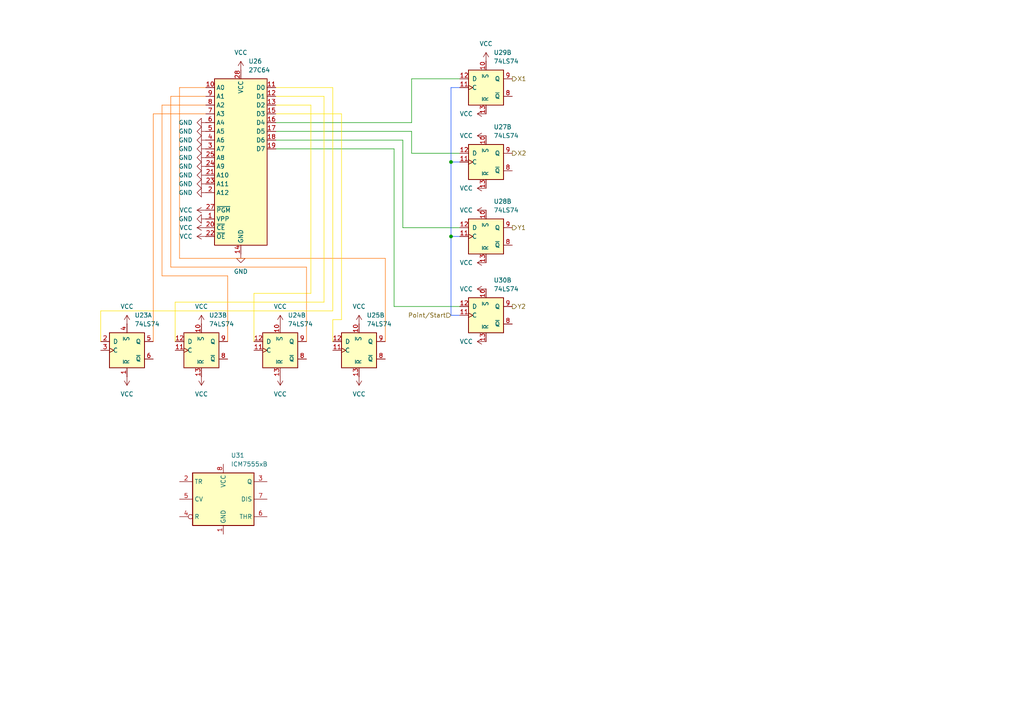
<source format=kicad_sch>
(kicad_sch
	(version 20231120)
	(generator "eeschema")
	(generator_version "8.0")
	(uuid "653c6fdb-c142-40a4-8504-7cca4b6e670f")
	(paper "A4")
	(lib_symbols
		(symbol "74xx:74LS74"
			(pin_names
				(offset 1.016)
			)
			(exclude_from_sim no)
			(in_bom yes)
			(on_board yes)
			(property "Reference" "U"
				(at -7.62 8.89 0)
				(effects
					(font
						(size 1.27 1.27)
					)
				)
			)
			(property "Value" "74LS74"
				(at -7.62 -8.89 0)
				(effects
					(font
						(size 1.27 1.27)
					)
				)
			)
			(property "Footprint" ""
				(at 0 0 0)
				(effects
					(font
						(size 1.27 1.27)
					)
					(hide yes)
				)
			)
			(property "Datasheet" "74xx/74hc_hct74.pdf"
				(at 0 0 0)
				(effects
					(font
						(size 1.27 1.27)
					)
					(hide yes)
				)
			)
			(property "Description" "Dual D Flip-flop, Set & Reset"
				(at 0 0 0)
				(effects
					(font
						(size 1.27 1.27)
					)
					(hide yes)
				)
			)
			(property "ki_locked" ""
				(at 0 0 0)
				(effects
					(font
						(size 1.27 1.27)
					)
				)
			)
			(property "ki_keywords" "TTL DFF"
				(at 0 0 0)
				(effects
					(font
						(size 1.27 1.27)
					)
					(hide yes)
				)
			)
			(property "ki_fp_filters" "DIP*W7.62mm*"
				(at 0 0 0)
				(effects
					(font
						(size 1.27 1.27)
					)
					(hide yes)
				)
			)
			(symbol "74LS74_1_0"
				(pin input line
					(at 0 -7.62 90)
					(length 2.54)
					(name "~{R}"
						(effects
							(font
								(size 1.27 1.27)
							)
						)
					)
					(number "1"
						(effects
							(font
								(size 1.27 1.27)
							)
						)
					)
				)
				(pin input line
					(at -7.62 2.54 0)
					(length 2.54)
					(name "D"
						(effects
							(font
								(size 1.27 1.27)
							)
						)
					)
					(number "2"
						(effects
							(font
								(size 1.27 1.27)
							)
						)
					)
				)
				(pin input clock
					(at -7.62 0 0)
					(length 2.54)
					(name "C"
						(effects
							(font
								(size 1.27 1.27)
							)
						)
					)
					(number "3"
						(effects
							(font
								(size 1.27 1.27)
							)
						)
					)
				)
				(pin input line
					(at 0 7.62 270)
					(length 2.54)
					(name "~{S}"
						(effects
							(font
								(size 1.27 1.27)
							)
						)
					)
					(number "4"
						(effects
							(font
								(size 1.27 1.27)
							)
						)
					)
				)
				(pin output line
					(at 7.62 2.54 180)
					(length 2.54)
					(name "Q"
						(effects
							(font
								(size 1.27 1.27)
							)
						)
					)
					(number "5"
						(effects
							(font
								(size 1.27 1.27)
							)
						)
					)
				)
				(pin output line
					(at 7.62 -2.54 180)
					(length 2.54)
					(name "~{Q}"
						(effects
							(font
								(size 1.27 1.27)
							)
						)
					)
					(number "6"
						(effects
							(font
								(size 1.27 1.27)
							)
						)
					)
				)
			)
			(symbol "74LS74_1_1"
				(rectangle
					(start -5.08 5.08)
					(end 5.08 -5.08)
					(stroke
						(width 0.254)
						(type default)
					)
					(fill
						(type background)
					)
				)
			)
			(symbol "74LS74_2_0"
				(pin input line
					(at 0 7.62 270)
					(length 2.54)
					(name "~{S}"
						(effects
							(font
								(size 1.27 1.27)
							)
						)
					)
					(number "10"
						(effects
							(font
								(size 1.27 1.27)
							)
						)
					)
				)
				(pin input clock
					(at -7.62 0 0)
					(length 2.54)
					(name "C"
						(effects
							(font
								(size 1.27 1.27)
							)
						)
					)
					(number "11"
						(effects
							(font
								(size 1.27 1.27)
							)
						)
					)
				)
				(pin input line
					(at -7.62 2.54 0)
					(length 2.54)
					(name "D"
						(effects
							(font
								(size 1.27 1.27)
							)
						)
					)
					(number "12"
						(effects
							(font
								(size 1.27 1.27)
							)
						)
					)
				)
				(pin input line
					(at 0 -7.62 90)
					(length 2.54)
					(name "~{R}"
						(effects
							(font
								(size 1.27 1.27)
							)
						)
					)
					(number "13"
						(effects
							(font
								(size 1.27 1.27)
							)
						)
					)
				)
				(pin output line
					(at 7.62 -2.54 180)
					(length 2.54)
					(name "~{Q}"
						(effects
							(font
								(size 1.27 1.27)
							)
						)
					)
					(number "8"
						(effects
							(font
								(size 1.27 1.27)
							)
						)
					)
				)
				(pin output line
					(at 7.62 2.54 180)
					(length 2.54)
					(name "Q"
						(effects
							(font
								(size 1.27 1.27)
							)
						)
					)
					(number "9"
						(effects
							(font
								(size 1.27 1.27)
							)
						)
					)
				)
			)
			(symbol "74LS74_2_1"
				(rectangle
					(start -5.08 5.08)
					(end 5.08 -5.08)
					(stroke
						(width 0.254)
						(type default)
					)
					(fill
						(type background)
					)
				)
			)
			(symbol "74LS74_3_0"
				(pin power_in line
					(at 0 10.16 270)
					(length 2.54)
					(name "VCC"
						(effects
							(font
								(size 1.27 1.27)
							)
						)
					)
					(number "14"
						(effects
							(font
								(size 1.27 1.27)
							)
						)
					)
				)
				(pin power_in line
					(at 0 -10.16 90)
					(length 2.54)
					(name "GND"
						(effects
							(font
								(size 1.27 1.27)
							)
						)
					)
					(number "7"
						(effects
							(font
								(size 1.27 1.27)
							)
						)
					)
				)
			)
			(symbol "74LS74_3_1"
				(rectangle
					(start -5.08 7.62)
					(end 5.08 -7.62)
					(stroke
						(width 0.254)
						(type default)
					)
					(fill
						(type background)
					)
				)
			)
		)
		(symbol "Memory_EPROM:27C64"
			(exclude_from_sim no)
			(in_bom yes)
			(on_board yes)
			(property "Reference" "U"
				(at -7.62 24.13 0)
				(effects
					(font
						(size 1.27 1.27)
					)
				)
			)
			(property "Value" "27C64"
				(at 2.54 -26.67 0)
				(effects
					(font
						(size 1.27 1.27)
					)
					(justify left)
				)
			)
			(property "Footprint" "Package_DIP:DIP-28_W15.24mm"
				(at 0 0 0)
				(effects
					(font
						(size 1.27 1.27)
					)
					(hide yes)
				)
			)
			(property "Datasheet" "http://ww1.microchip.com/downloads/en/DeviceDoc/11107M.pdf"
				(at 0 0 0)
				(effects
					(font
						(size 1.27 1.27)
					)
					(hide yes)
				)
			)
			(property "Description" "OTP EPROM 64 KiBit, [Obsolete 2004-01]"
				(at 0 0 0)
				(effects
					(font
						(size 1.27 1.27)
					)
					(hide yes)
				)
			)
			(property "ki_keywords" "OTP EPROM 64KiBit"
				(at 0 0 0)
				(effects
					(font
						(size 1.27 1.27)
					)
					(hide yes)
				)
			)
			(property "ki_fp_filters" "DIP*W15.24mm*"
				(at 0 0 0)
				(effects
					(font
						(size 1.27 1.27)
					)
					(hide yes)
				)
			)
			(symbol "27C64_1_1"
				(rectangle
					(start -7.62 22.86)
					(end 7.62 -25.4)
					(stroke
						(width 0.254)
						(type default)
					)
					(fill
						(type background)
					)
				)
				(pin input line
					(at -10.16 -17.78 0)
					(length 2.54)
					(name "VPP"
						(effects
							(font
								(size 1.27 1.27)
							)
						)
					)
					(number "1"
						(effects
							(font
								(size 1.27 1.27)
							)
						)
					)
				)
				(pin input line
					(at -10.16 20.32 0)
					(length 2.54)
					(name "A0"
						(effects
							(font
								(size 1.27 1.27)
							)
						)
					)
					(number "10"
						(effects
							(font
								(size 1.27 1.27)
							)
						)
					)
				)
				(pin tri_state line
					(at 10.16 20.32 180)
					(length 2.54)
					(name "D0"
						(effects
							(font
								(size 1.27 1.27)
							)
						)
					)
					(number "11"
						(effects
							(font
								(size 1.27 1.27)
							)
						)
					)
				)
				(pin tri_state line
					(at 10.16 17.78 180)
					(length 2.54)
					(name "D1"
						(effects
							(font
								(size 1.27 1.27)
							)
						)
					)
					(number "12"
						(effects
							(font
								(size 1.27 1.27)
							)
						)
					)
				)
				(pin tri_state line
					(at 10.16 15.24 180)
					(length 2.54)
					(name "D2"
						(effects
							(font
								(size 1.27 1.27)
							)
						)
					)
					(number "13"
						(effects
							(font
								(size 1.27 1.27)
							)
						)
					)
				)
				(pin power_in line
					(at 0 -27.94 90)
					(length 2.54)
					(name "GND"
						(effects
							(font
								(size 1.27 1.27)
							)
						)
					)
					(number "14"
						(effects
							(font
								(size 1.27 1.27)
							)
						)
					)
				)
				(pin tri_state line
					(at 10.16 12.7 180)
					(length 2.54)
					(name "D3"
						(effects
							(font
								(size 1.27 1.27)
							)
						)
					)
					(number "15"
						(effects
							(font
								(size 1.27 1.27)
							)
						)
					)
				)
				(pin tri_state line
					(at 10.16 10.16 180)
					(length 2.54)
					(name "D4"
						(effects
							(font
								(size 1.27 1.27)
							)
						)
					)
					(number "16"
						(effects
							(font
								(size 1.27 1.27)
							)
						)
					)
				)
				(pin tri_state line
					(at 10.16 7.62 180)
					(length 2.54)
					(name "D5"
						(effects
							(font
								(size 1.27 1.27)
							)
						)
					)
					(number "17"
						(effects
							(font
								(size 1.27 1.27)
							)
						)
					)
				)
				(pin tri_state line
					(at 10.16 5.08 180)
					(length 2.54)
					(name "D6"
						(effects
							(font
								(size 1.27 1.27)
							)
						)
					)
					(number "18"
						(effects
							(font
								(size 1.27 1.27)
							)
						)
					)
				)
				(pin tri_state line
					(at 10.16 2.54 180)
					(length 2.54)
					(name "D7"
						(effects
							(font
								(size 1.27 1.27)
							)
						)
					)
					(number "19"
						(effects
							(font
								(size 1.27 1.27)
							)
						)
					)
				)
				(pin input line
					(at -10.16 -10.16 0)
					(length 2.54)
					(name "A12"
						(effects
							(font
								(size 1.27 1.27)
							)
						)
					)
					(number "2"
						(effects
							(font
								(size 1.27 1.27)
							)
						)
					)
				)
				(pin input line
					(at -10.16 -20.32 0)
					(length 2.54)
					(name "~{CE}"
						(effects
							(font
								(size 1.27 1.27)
							)
						)
					)
					(number "20"
						(effects
							(font
								(size 1.27 1.27)
							)
						)
					)
				)
				(pin input line
					(at -10.16 -5.08 0)
					(length 2.54)
					(name "A10"
						(effects
							(font
								(size 1.27 1.27)
							)
						)
					)
					(number "21"
						(effects
							(font
								(size 1.27 1.27)
							)
						)
					)
				)
				(pin input line
					(at -10.16 -22.86 0)
					(length 2.54)
					(name "~{OE}"
						(effects
							(font
								(size 1.27 1.27)
							)
						)
					)
					(number "22"
						(effects
							(font
								(size 1.27 1.27)
							)
						)
					)
				)
				(pin input line
					(at -10.16 -7.62 0)
					(length 2.54)
					(name "A11"
						(effects
							(font
								(size 1.27 1.27)
							)
						)
					)
					(number "23"
						(effects
							(font
								(size 1.27 1.27)
							)
						)
					)
				)
				(pin input line
					(at -10.16 -2.54 0)
					(length 2.54)
					(name "A9"
						(effects
							(font
								(size 1.27 1.27)
							)
						)
					)
					(number "24"
						(effects
							(font
								(size 1.27 1.27)
							)
						)
					)
				)
				(pin input line
					(at -10.16 0 0)
					(length 2.54)
					(name "A8"
						(effects
							(font
								(size 1.27 1.27)
							)
						)
					)
					(number "25"
						(effects
							(font
								(size 1.27 1.27)
							)
						)
					)
				)
				(pin no_connect line
					(at 7.62 0 180)
					(length 2.54) hide
					(name "NC"
						(effects
							(font
								(size 1.27 1.27)
							)
						)
					)
					(number "26"
						(effects
							(font
								(size 1.27 1.27)
							)
						)
					)
				)
				(pin input line
					(at -10.16 -15.24 0)
					(length 2.54)
					(name "~{PGM}"
						(effects
							(font
								(size 1.27 1.27)
							)
						)
					)
					(number "27"
						(effects
							(font
								(size 1.27 1.27)
							)
						)
					)
				)
				(pin power_in line
					(at 0 25.4 270)
					(length 2.54)
					(name "VCC"
						(effects
							(font
								(size 1.27 1.27)
							)
						)
					)
					(number "28"
						(effects
							(font
								(size 1.27 1.27)
							)
						)
					)
				)
				(pin input line
					(at -10.16 2.54 0)
					(length 2.54)
					(name "A7"
						(effects
							(font
								(size 1.27 1.27)
							)
						)
					)
					(number "3"
						(effects
							(font
								(size 1.27 1.27)
							)
						)
					)
				)
				(pin input line
					(at -10.16 5.08 0)
					(length 2.54)
					(name "A6"
						(effects
							(font
								(size 1.27 1.27)
							)
						)
					)
					(number "4"
						(effects
							(font
								(size 1.27 1.27)
							)
						)
					)
				)
				(pin input line
					(at -10.16 7.62 0)
					(length 2.54)
					(name "A5"
						(effects
							(font
								(size 1.27 1.27)
							)
						)
					)
					(number "5"
						(effects
							(font
								(size 1.27 1.27)
							)
						)
					)
				)
				(pin input line
					(at -10.16 10.16 0)
					(length 2.54)
					(name "A4"
						(effects
							(font
								(size 1.27 1.27)
							)
						)
					)
					(number "6"
						(effects
							(font
								(size 1.27 1.27)
							)
						)
					)
				)
				(pin input line
					(at -10.16 12.7 0)
					(length 2.54)
					(name "A3"
						(effects
							(font
								(size 1.27 1.27)
							)
						)
					)
					(number "7"
						(effects
							(font
								(size 1.27 1.27)
							)
						)
					)
				)
				(pin input line
					(at -10.16 15.24 0)
					(length 2.54)
					(name "A2"
						(effects
							(font
								(size 1.27 1.27)
							)
						)
					)
					(number "8"
						(effects
							(font
								(size 1.27 1.27)
							)
						)
					)
				)
				(pin input line
					(at -10.16 17.78 0)
					(length 2.54)
					(name "A1"
						(effects
							(font
								(size 1.27 1.27)
							)
						)
					)
					(number "9"
						(effects
							(font
								(size 1.27 1.27)
							)
						)
					)
				)
			)
		)
		(symbol "Timer:ICM7555xB"
			(exclude_from_sim no)
			(in_bom yes)
			(on_board yes)
			(property "Reference" "U"
				(at -10.16 8.89 0)
				(effects
					(font
						(size 1.27 1.27)
					)
					(justify left)
				)
			)
			(property "Value" "ICM7555xB"
				(at 2.54 8.89 0)
				(effects
					(font
						(size 1.27 1.27)
					)
					(justify left)
				)
			)
			(property "Footprint" "Package_SO:SOIC-8_3.9x4.9mm_P1.27mm"
				(at 21.59 -10.16 0)
				(effects
					(font
						(size 1.27 1.27)
					)
					(hide yes)
				)
			)
			(property "Datasheet" "http://www.intersil.com/content/dam/Intersil/documents/icm7/icm7555-56.pdf"
				(at 21.59 -10.16 0)
				(effects
					(font
						(size 1.27 1.27)
					)
					(hide yes)
				)
			)
			(property "Description" "CMOS General Purpose Timer, 555 compatible, SOIC-8"
				(at 0 0 0)
				(effects
					(font
						(size 1.27 1.27)
					)
					(hide yes)
				)
			)
			(property "ki_keywords" "single timer 555"
				(at 0 0 0)
				(effects
					(font
						(size 1.27 1.27)
					)
					(hide yes)
				)
			)
			(property "ki_fp_filters" "SOIC*3.9x4.9mm*P1.27mm*"
				(at 0 0 0)
				(effects
					(font
						(size 1.27 1.27)
					)
					(hide yes)
				)
			)
			(symbol "ICM7555xB_0_0"
				(pin power_in line
					(at 0 -10.16 90)
					(length 2.54)
					(name "GND"
						(effects
							(font
								(size 1.27 1.27)
							)
						)
					)
					(number "1"
						(effects
							(font
								(size 1.27 1.27)
							)
						)
					)
				)
				(pin power_in line
					(at 0 10.16 270)
					(length 2.54)
					(name "VCC"
						(effects
							(font
								(size 1.27 1.27)
							)
						)
					)
					(number "8"
						(effects
							(font
								(size 1.27 1.27)
							)
						)
					)
				)
			)
			(symbol "ICM7555xB_0_1"
				(rectangle
					(start -8.89 -7.62)
					(end 8.89 7.62)
					(stroke
						(width 0.254)
						(type default)
					)
					(fill
						(type background)
					)
				)
				(rectangle
					(start -8.89 -7.62)
					(end 8.89 7.62)
					(stroke
						(width 0.254)
						(type default)
					)
					(fill
						(type background)
					)
				)
			)
			(symbol "ICM7555xB_1_1"
				(pin input line
					(at -12.7 5.08 0)
					(length 3.81)
					(name "TR"
						(effects
							(font
								(size 1.27 1.27)
							)
						)
					)
					(number "2"
						(effects
							(font
								(size 1.27 1.27)
							)
						)
					)
				)
				(pin output line
					(at 12.7 5.08 180)
					(length 3.81)
					(name "Q"
						(effects
							(font
								(size 1.27 1.27)
							)
						)
					)
					(number "3"
						(effects
							(font
								(size 1.27 1.27)
							)
						)
					)
				)
				(pin input inverted
					(at -12.7 -5.08 0)
					(length 3.81)
					(name "R"
						(effects
							(font
								(size 1.27 1.27)
							)
						)
					)
					(number "4"
						(effects
							(font
								(size 1.27 1.27)
							)
						)
					)
				)
				(pin input line
					(at -12.7 0 0)
					(length 3.81)
					(name "CV"
						(effects
							(font
								(size 1.27 1.27)
							)
						)
					)
					(number "5"
						(effects
							(font
								(size 1.27 1.27)
							)
						)
					)
				)
				(pin input line
					(at 12.7 -5.08 180)
					(length 3.81)
					(name "THR"
						(effects
							(font
								(size 1.27 1.27)
							)
						)
					)
					(number "6"
						(effects
							(font
								(size 1.27 1.27)
							)
						)
					)
				)
				(pin input line
					(at 12.7 0 180)
					(length 3.81)
					(name "DIS"
						(effects
							(font
								(size 1.27 1.27)
							)
						)
					)
					(number "7"
						(effects
							(font
								(size 1.27 1.27)
							)
						)
					)
				)
			)
		)
		(symbol "power:GND"
			(power)
			(pin_numbers hide)
			(pin_names
				(offset 0) hide)
			(exclude_from_sim no)
			(in_bom yes)
			(on_board yes)
			(property "Reference" "#PWR"
				(at 0 -6.35 0)
				(effects
					(font
						(size 1.27 1.27)
					)
					(hide yes)
				)
			)
			(property "Value" "GND"
				(at 0 -3.81 0)
				(effects
					(font
						(size 1.27 1.27)
					)
				)
			)
			(property "Footprint" ""
				(at 0 0 0)
				(effects
					(font
						(size 1.27 1.27)
					)
					(hide yes)
				)
			)
			(property "Datasheet" ""
				(at 0 0 0)
				(effects
					(font
						(size 1.27 1.27)
					)
					(hide yes)
				)
			)
			(property "Description" "Power symbol creates a global label with name \"GND\" , ground"
				(at 0 0 0)
				(effects
					(font
						(size 1.27 1.27)
					)
					(hide yes)
				)
			)
			(property "ki_keywords" "global power"
				(at 0 0 0)
				(effects
					(font
						(size 1.27 1.27)
					)
					(hide yes)
				)
			)
			(symbol "GND_0_1"
				(polyline
					(pts
						(xy 0 0) (xy 0 -1.27) (xy 1.27 -1.27) (xy 0 -2.54) (xy -1.27 -1.27) (xy 0 -1.27)
					)
					(stroke
						(width 0)
						(type default)
					)
					(fill
						(type none)
					)
				)
			)
			(symbol "GND_1_1"
				(pin power_in line
					(at 0 0 270)
					(length 0)
					(name "~"
						(effects
							(font
								(size 1.27 1.27)
							)
						)
					)
					(number "1"
						(effects
							(font
								(size 1.27 1.27)
							)
						)
					)
				)
			)
		)
		(symbol "power:VCC"
			(power)
			(pin_numbers hide)
			(pin_names
				(offset 0) hide)
			(exclude_from_sim no)
			(in_bom yes)
			(on_board yes)
			(property "Reference" "#PWR"
				(at 0 -3.81 0)
				(effects
					(font
						(size 1.27 1.27)
					)
					(hide yes)
				)
			)
			(property "Value" "VCC"
				(at 0 3.556 0)
				(effects
					(font
						(size 1.27 1.27)
					)
				)
			)
			(property "Footprint" ""
				(at 0 0 0)
				(effects
					(font
						(size 1.27 1.27)
					)
					(hide yes)
				)
			)
			(property "Datasheet" ""
				(at 0 0 0)
				(effects
					(font
						(size 1.27 1.27)
					)
					(hide yes)
				)
			)
			(property "Description" "Power symbol creates a global label with name \"VCC\""
				(at 0 0 0)
				(effects
					(font
						(size 1.27 1.27)
					)
					(hide yes)
				)
			)
			(property "ki_keywords" "global power"
				(at 0 0 0)
				(effects
					(font
						(size 1.27 1.27)
					)
					(hide yes)
				)
			)
			(symbol "VCC_0_1"
				(polyline
					(pts
						(xy -0.762 1.27) (xy 0 2.54)
					)
					(stroke
						(width 0)
						(type default)
					)
					(fill
						(type none)
					)
				)
				(polyline
					(pts
						(xy 0 0) (xy 0 2.54)
					)
					(stroke
						(width 0)
						(type default)
					)
					(fill
						(type none)
					)
				)
				(polyline
					(pts
						(xy 0 2.54) (xy 0.762 1.27)
					)
					(stroke
						(width 0)
						(type default)
					)
					(fill
						(type none)
					)
				)
			)
			(symbol "VCC_1_1"
				(pin power_in line
					(at 0 0 90)
					(length 0)
					(name "~"
						(effects
							(font
								(size 1.27 1.27)
							)
						)
					)
					(number "1"
						(effects
							(font
								(size 1.27 1.27)
							)
						)
					)
				)
			)
		)
	)
	(junction
		(at 130.81 68.58)
		(diameter 0)
		(color 0 0 0 0)
		(uuid "68ceca17-1b9b-413b-b52d-88fb39149082")
	)
	(junction
		(at 130.81 46.99)
		(diameter 0)
		(color 0 0 0 0)
		(uuid "d31b306e-7151-4b87-97b0-5059ad765ab8")
	)
	(wire
		(pts
			(xy 130.81 68.58) (xy 133.35 68.58)
		)
		(stroke
			(width 0)
			(type default)
			(color 0 65 255 1)
		)
		(uuid "0319ed20-fc90-4ae3-b058-7c05374066dc")
	)
	(wire
		(pts
			(xy 52.07 25.4) (xy 59.69 25.4)
		)
		(stroke
			(width 0)
			(type default)
			(color 255 111 0 1)
		)
		(uuid "0df01ab5-2dfb-4788-9771-b1d1ea99be92")
	)
	(wire
		(pts
			(xy 130.81 25.4) (xy 130.81 46.99)
		)
		(stroke
			(width 0)
			(type default)
			(color 0 65 255 1)
		)
		(uuid "160d1fef-e048-462c-be78-65e70048a02b")
	)
	(wire
		(pts
			(xy 116.84 66.04) (xy 116.84 40.64)
		)
		(stroke
			(width 0)
			(type default)
		)
		(uuid "163cfb34-035e-4867-a5d1-8a58b98eaad2")
	)
	(wire
		(pts
			(xy 73.66 85.09) (xy 90.17 85.09)
		)
		(stroke
			(width 0)
			(type default)
			(color 255 228 0 1)
		)
		(uuid "1d355509-cf6d-45b3-baa3-4e1b16b34070")
	)
	(wire
		(pts
			(xy 80.01 35.56) (xy 119.38 35.56)
		)
		(stroke
			(width 0)
			(type default)
		)
		(uuid "229bb6c1-3481-488d-83bd-26b798d5f43b")
	)
	(wire
		(pts
			(xy 66.04 80.01) (xy 46.99 80.01)
		)
		(stroke
			(width 0)
			(type default)
			(color 255 111 0 1)
		)
		(uuid "26422e92-cca5-453a-87bb-c64a1d23b692")
	)
	(wire
		(pts
			(xy 133.35 88.9) (xy 114.3 88.9)
		)
		(stroke
			(width 0)
			(type default)
		)
		(uuid "34af1d1a-233b-4b94-af13-0742ef3d37de")
	)
	(wire
		(pts
			(xy 52.07 74.93) (xy 52.07 25.4)
		)
		(stroke
			(width 0)
			(type default)
			(color 255 111 0 1)
		)
		(uuid "38980608-8774-45a8-adbe-d1a475bb5051")
	)
	(wire
		(pts
			(xy 88.9 99.06) (xy 88.9 77.47)
		)
		(stroke
			(width 0)
			(type default)
			(color 255 111 0 1)
		)
		(uuid "38f5a2d2-d001-40a2-b43a-1f6bb7aef02c")
	)
	(wire
		(pts
			(xy 96.52 25.4) (xy 80.01 25.4)
		)
		(stroke
			(width 0)
			(type default)
			(color 255 228 0 1)
		)
		(uuid "435ff13d-6403-4ac9-aac5-b50bac3e6356")
	)
	(wire
		(pts
			(xy 114.3 43.18) (xy 80.01 43.18)
		)
		(stroke
			(width 0)
			(type default)
		)
		(uuid "44f677ff-bc0f-4037-ba2d-df75f1c8160a")
	)
	(wire
		(pts
			(xy 96.52 90.17) (xy 96.52 25.4)
		)
		(stroke
			(width 0)
			(type default)
			(color 255 228 0 1)
		)
		(uuid "4825e413-86f7-48dc-aa2d-ed801e700622")
	)
	(wire
		(pts
			(xy 114.3 88.9) (xy 114.3 43.18)
		)
		(stroke
			(width 0)
			(type default)
		)
		(uuid "4f05a72d-7785-4a10-8256-ac01612f96f7")
	)
	(wire
		(pts
			(xy 99.06 33.02) (xy 80.01 33.02)
		)
		(stroke
			(width 0)
			(type default)
			(color 255 228 0 1)
		)
		(uuid "57b142f7-9627-43b9-8c33-084ddabaced3")
	)
	(wire
		(pts
			(xy 29.21 90.17) (xy 96.52 90.17)
		)
		(stroke
			(width 0)
			(type default)
			(color 255 228 0 1)
		)
		(uuid "6f19bfbf-16c7-48f8-866e-46c41504fef8")
	)
	(wire
		(pts
			(xy 119.38 38.1) (xy 80.01 38.1)
		)
		(stroke
			(width 0)
			(type default)
		)
		(uuid "70922061-daa7-4dd0-98dc-2384e3f8587a")
	)
	(wire
		(pts
			(xy 49.53 77.47) (xy 49.53 27.94)
		)
		(stroke
			(width 0)
			(type default)
			(color 255 111 0 1)
		)
		(uuid "74044d3c-9c34-413a-997b-2029d99fa0a4")
	)
	(wire
		(pts
			(xy 96.52 92.71) (xy 99.06 92.71)
		)
		(stroke
			(width 0)
			(type default)
			(color 255 228 0 1)
		)
		(uuid "78724e1c-2d6c-44be-985b-0a141c24a841")
	)
	(wire
		(pts
			(xy 90.17 85.09) (xy 90.17 30.48)
		)
		(stroke
			(width 0)
			(type default)
			(color 255 228 0 1)
		)
		(uuid "7ae5fe1f-ce02-45fe-8800-c83ef068404e")
	)
	(wire
		(pts
			(xy 119.38 22.86) (xy 133.35 22.86)
		)
		(stroke
			(width 0)
			(type default)
		)
		(uuid "86fb5022-3662-43ae-a0bf-c44dff851dfc")
	)
	(wire
		(pts
			(xy 90.17 30.48) (xy 80.01 30.48)
		)
		(stroke
			(width 0)
			(type default)
			(color 255 228 0 1)
		)
		(uuid "897e532f-b329-4ae4-acc9-592b32961e1c")
	)
	(wire
		(pts
			(xy 133.35 91.44) (xy 130.81 91.44)
		)
		(stroke
			(width 0)
			(type default)
			(color 0 65 255 1)
		)
		(uuid "8a4d64fa-9ccb-4af3-87dd-33c8918d1d91")
	)
	(wire
		(pts
			(xy 93.98 87.63) (xy 93.98 27.94)
		)
		(stroke
			(width 0)
			(type default)
			(color 255 228 0 1)
		)
		(uuid "8d7fd95c-4a0f-420a-a07c-d9b35d89783d")
	)
	(wire
		(pts
			(xy 133.35 66.04) (xy 116.84 66.04)
		)
		(stroke
			(width 0)
			(type default)
		)
		(uuid "930c572f-c5e1-4474-8dfa-1e6ff9503e92")
	)
	(wire
		(pts
			(xy 111.76 74.93) (xy 52.07 74.93)
		)
		(stroke
			(width 0)
			(type default)
			(color 255 111 0 1)
		)
		(uuid "952a0aab-f505-40f0-9b17-248cfb978ff7")
	)
	(wire
		(pts
			(xy 29.21 99.06) (xy 29.21 90.17)
		)
		(stroke
			(width 0)
			(type default)
			(color 255 228 0 1)
		)
		(uuid "97030e47-a242-4200-b967-ce75ffb7148a")
	)
	(wire
		(pts
			(xy 50.8 87.63) (xy 93.98 87.63)
		)
		(stroke
			(width 0)
			(type default)
			(color 255 228 0 1)
		)
		(uuid "98d72864-46be-4cca-897d-fdc101b83362")
	)
	(wire
		(pts
			(xy 93.98 27.94) (xy 80.01 27.94)
		)
		(stroke
			(width 0)
			(type default)
			(color 255 228 0 1)
		)
		(uuid "9a8387a4-dab8-4d39-9ab1-79a482fe9b95")
	)
	(wire
		(pts
			(xy 133.35 25.4) (xy 130.81 25.4)
		)
		(stroke
			(width 0)
			(type default)
			(color 4 75 255 1)
		)
		(uuid "9ea04d64-aaa5-4ebd-b094-5846b169e2ff")
	)
	(wire
		(pts
			(xy 66.04 99.06) (xy 66.04 80.01)
		)
		(stroke
			(width 0)
			(type default)
			(color 255 111 0 1)
		)
		(uuid "a40c0de7-aad4-4445-9d8a-fbdfe049cbd1")
	)
	(wire
		(pts
			(xy 133.35 44.45) (xy 119.38 44.45)
		)
		(stroke
			(width 0)
			(type default)
		)
		(uuid "aa4ce1a7-2bdf-4ab0-b918-88a13ab19d91")
	)
	(wire
		(pts
			(xy 44.45 33.02) (xy 59.69 33.02)
		)
		(stroke
			(width 0)
			(type default)
			(color 255 111 0 1)
		)
		(uuid "abe17adf-3d1a-4855-8edb-a295caed09bb")
	)
	(wire
		(pts
			(xy 88.9 77.47) (xy 49.53 77.47)
		)
		(stroke
			(width 0)
			(type default)
			(color 255 111 0 1)
		)
		(uuid "acce48e5-65b2-427e-b630-e94dd63d0f04")
	)
	(wire
		(pts
			(xy 119.38 44.45) (xy 119.38 38.1)
		)
		(stroke
			(width 0)
			(type default)
		)
		(uuid "b4b19d57-0c75-4682-8621-6cb59160b16b")
	)
	(wire
		(pts
			(xy 116.84 40.64) (xy 80.01 40.64)
		)
		(stroke
			(width 0)
			(type default)
		)
		(uuid "b6298923-8a41-4f30-8639-9deb59c66a21")
	)
	(wire
		(pts
			(xy 44.45 99.06) (xy 44.45 33.02)
		)
		(stroke
			(width 0)
			(type default)
			(color 255 111 0 1)
		)
		(uuid "bdd9f9be-3fd9-48ab-a510-cb185d3aae91")
	)
	(wire
		(pts
			(xy 96.52 99.06) (xy 96.52 92.71)
		)
		(stroke
			(width 0)
			(type default)
			(color 255 228 0 1)
		)
		(uuid "c769fd80-7f12-4ee4-b88d-d8abd51cdd7a")
	)
	(wire
		(pts
			(xy 50.8 99.06) (xy 50.8 87.63)
		)
		(stroke
			(width 0)
			(type default)
			(color 255 228 0 1)
		)
		(uuid "c9a1feab-4b2e-4dab-a066-5c24ad690630")
	)
	(wire
		(pts
			(xy 111.76 99.06) (xy 111.76 74.93)
		)
		(stroke
			(width 0)
			(type default)
			(color 255 111 0 1)
		)
		(uuid "cf87b698-7aee-4008-9e72-89b5d58d2c07")
	)
	(wire
		(pts
			(xy 130.81 91.44) (xy 130.81 68.58)
		)
		(stroke
			(width 0)
			(type default)
			(color 0 65 255 1)
		)
		(uuid "d17c171d-69d0-4b57-a4bb-abbdd6040b51")
	)
	(wire
		(pts
			(xy 46.99 80.01) (xy 46.99 30.48)
		)
		(stroke
			(width 0)
			(type default)
			(color 255 111 0 1)
		)
		(uuid "d3e25638-5bd6-40be-9526-bdc66b775fd9")
	)
	(wire
		(pts
			(xy 99.06 92.71) (xy 99.06 33.02)
		)
		(stroke
			(width 0)
			(type default)
			(color 255 228 0 1)
		)
		(uuid "d9ee8636-225d-4e36-b68b-70831915f556")
	)
	(wire
		(pts
			(xy 49.53 27.94) (xy 59.69 27.94)
		)
		(stroke
			(width 0)
			(type default)
			(color 255 111 0 1)
		)
		(uuid "dd6e585b-4fb7-4b50-a8f2-7bd41a33cc58")
	)
	(wire
		(pts
			(xy 130.81 46.99) (xy 130.81 68.58)
		)
		(stroke
			(width 0)
			(type default)
			(color 0 65 255 1)
		)
		(uuid "e266ac8f-6947-4f1a-9648-f0447f82ad95")
	)
	(wire
		(pts
			(xy 73.66 99.06) (xy 73.66 85.09)
		)
		(stroke
			(width 0)
			(type default)
			(color 255 228 0 1)
		)
		(uuid "e2cef5df-7fca-4cbf-b9e5-9db24892ebaa")
	)
	(wire
		(pts
			(xy 133.35 46.99) (xy 130.81 46.99)
		)
		(stroke
			(width 0)
			(type default)
			(color 0 65 255 1)
		)
		(uuid "eee7a2be-7c20-4a86-9600-341771bbf0fc")
	)
	(wire
		(pts
			(xy 119.38 35.56) (xy 119.38 22.86)
		)
		(stroke
			(width 0)
			(type default)
		)
		(uuid "f824fbe3-7f75-44ea-910f-c8589c366b54")
	)
	(wire
		(pts
			(xy 46.99 30.48) (xy 59.69 30.48)
		)
		(stroke
			(width 0)
			(type default)
			(color 255 111 0 1)
		)
		(uuid "fd6e49ae-2255-4ac6-8e9b-e9d5ee959f63")
	)
	(hierarchical_label "Y2"
		(shape output)
		(at 148.59 88.9 0)
		(fields_autoplaced yes)
		(effects
			(font
				(size 1.27 1.27)
			)
			(justify left)
		)
		(uuid "06b563e6-aab0-43f1-9646-aa1874764015")
	)
	(hierarchical_label "Point{slash}Start"
		(shape input)
		(at 130.81 91.44 180)
		(fields_autoplaced yes)
		(effects
			(font
				(size 1.27 1.27)
			)
			(justify right)
		)
		(uuid "3e09add9-eb8a-481d-a274-af5a092409ee")
	)
	(hierarchical_label "Y1"
		(shape output)
		(at 148.59 66.04 0)
		(fields_autoplaced yes)
		(effects
			(font
				(size 1.27 1.27)
			)
			(justify left)
		)
		(uuid "74146554-7308-43ed-bb9c-7348623ee79f")
	)
	(hierarchical_label "X1"
		(shape output)
		(at 148.59 22.86 0)
		(fields_autoplaced yes)
		(effects
			(font
				(size 1.27 1.27)
			)
			(justify left)
		)
		(uuid "b32942e3-2f98-4cfb-b809-df13d4a8950a")
	)
	(hierarchical_label "X2"
		(shape output)
		(at 148.59 44.45 0)
		(fields_autoplaced yes)
		(effects
			(font
				(size 1.27 1.27)
			)
			(justify left)
		)
		(uuid "de6c2597-3b83-4c9f-a555-2e83a9b96c78")
	)
	(symbol
		(lib_id "74xx:74LS74")
		(at 81.28 101.6 0)
		(unit 2)
		(exclude_from_sim no)
		(in_bom yes)
		(on_board yes)
		(dnp no)
		(fields_autoplaced yes)
		(uuid "006dc7f9-3238-4c2c-9af3-6a233f6864f0")
		(property "Reference" "U24"
			(at 83.4741 91.44 0)
			(effects
				(font
					(size 1.27 1.27)
				)
				(justify left)
			)
		)
		(property "Value" "74LS74"
			(at 83.4741 93.98 0)
			(effects
				(font
					(size 1.27 1.27)
				)
				(justify left)
			)
		)
		(property "Footprint" ""
			(at 81.28 101.6 0)
			(effects
				(font
					(size 1.27 1.27)
				)
				(hide yes)
			)
		)
		(property "Datasheet" "74xx/74hc_hct74.pdf"
			(at 81.28 101.6 0)
			(effects
				(font
					(size 1.27 1.27)
				)
				(hide yes)
			)
		)
		(property "Description" "Dual D Flip-flop, Set & Reset"
			(at 81.28 101.6 0)
			(effects
				(font
					(size 1.27 1.27)
				)
				(hide yes)
			)
		)
		(pin "8"
			(uuid "547a846e-024a-4a00-8995-d08f537ba362")
		)
		(pin "6"
			(uuid "b366adc6-cfc2-433a-bf61-03b3cd8994b9")
		)
		(pin "1"
			(uuid "42522f36-0e4f-4371-98a9-cdaffa3a134d")
		)
		(pin "11"
			(uuid "c9ddfea0-6667-477b-8667-86b13487ee34")
		)
		(pin "2"
			(uuid "4035fb9b-483b-4e04-bf33-06c0f27a8f67")
		)
		(pin "12"
			(uuid "7f3401cd-c8db-44f5-b7d3-c5a7ef05dcb1")
		)
		(pin "5"
			(uuid "d05da27e-73a6-458d-b472-bf810e565f3a")
		)
		(pin "13"
			(uuid "9361e8f1-bfd9-43c4-abf9-a32dbaa76eb4")
		)
		(pin "14"
			(uuid "8d31f603-db0b-420e-9b05-96beacf739f8")
		)
		(pin "9"
			(uuid "77edfce1-a428-459a-bac2-43afec3e6ca9")
		)
		(pin "3"
			(uuid "e8171b48-2acb-49b7-a409-568b1c908aa7")
		)
		(pin "10"
			(uuid "ba1164de-4425-4632-beb9-c99d9bcc65a3")
		)
		(pin "7"
			(uuid "be9862e7-b12d-4651-8cb3-e73a8faea4b5")
		)
		(pin "4"
			(uuid "0256069f-5874-4ddf-a616-21214d3a12a3")
		)
		(instances
			(project "Pac-Man"
				(path "/5d392bb7-a2f8-4373-a070-9bf2073d9b08/085426c3-8dfa-4986-a50f-67a326f579f7"
					(reference "U24")
					(unit 2)
				)
			)
		)
	)
	(symbol
		(lib_id "power:VCC")
		(at 140.97 33.02 90)
		(unit 1)
		(exclude_from_sim no)
		(in_bom yes)
		(on_board yes)
		(dnp no)
		(fields_autoplaced yes)
		(uuid "09349b98-a823-48fa-adc1-1023261ca485")
		(property "Reference" "#PWR034"
			(at 144.78 33.02 0)
			(effects
				(font
					(size 1.27 1.27)
				)
				(hide yes)
			)
		)
		(property "Value" "VCC"
			(at 137.16 33.0199 90)
			(effects
				(font
					(size 1.27 1.27)
				)
				(justify left)
			)
		)
		(property "Footprint" ""
			(at 140.97 33.02 0)
			(effects
				(font
					(size 1.27 1.27)
				)
				(hide yes)
			)
		)
		(property "Datasheet" ""
			(at 140.97 33.02 0)
			(effects
				(font
					(size 1.27 1.27)
				)
				(hide yes)
			)
		)
		(property "Description" "Power symbol creates a global label with name \"VCC\""
			(at 140.97 33.02 0)
			(effects
				(font
					(size 1.27 1.27)
				)
				(hide yes)
			)
		)
		(pin "1"
			(uuid "1c866d4e-b04d-49c5-bc84-2e1a64cf499d")
		)
		(instances
			(project "Pac-Man"
				(path "/5d392bb7-a2f8-4373-a070-9bf2073d9b08/085426c3-8dfa-4986-a50f-67a326f579f7"
					(reference "#PWR034")
					(unit 1)
				)
			)
		)
	)
	(symbol
		(lib_id "power:GND")
		(at 59.69 63.5 270)
		(unit 1)
		(exclude_from_sim no)
		(in_bom yes)
		(on_board yes)
		(dnp no)
		(fields_autoplaced yes)
		(uuid "13da3965-3d92-4105-b0d8-1d6af62cf5e8")
		(property "Reference" "#PWR047"
			(at 53.34 63.5 0)
			(effects
				(font
					(size 1.27 1.27)
				)
				(hide yes)
			)
		)
		(property "Value" "GND"
			(at 55.88 63.4999 90)
			(effects
				(font
					(size 1.27 1.27)
				)
				(justify right)
			)
		)
		(property "Footprint" ""
			(at 59.69 63.5 0)
			(effects
				(font
					(size 1.27 1.27)
				)
				(hide yes)
			)
		)
		(property "Datasheet" ""
			(at 59.69 63.5 0)
			(effects
				(font
					(size 1.27 1.27)
				)
				(hide yes)
			)
		)
		(property "Description" "Power symbol creates a global label with name \"GND\" , ground"
			(at 59.69 63.5 0)
			(effects
				(font
					(size 1.27 1.27)
				)
				(hide yes)
			)
		)
		(pin "1"
			(uuid "2b831c80-1552-4545-8384-72b2d7c2fc64")
		)
		(instances
			(project ""
				(path "/5d392bb7-a2f8-4373-a070-9bf2073d9b08/085426c3-8dfa-4986-a50f-67a326f579f7"
					(reference "#PWR047")
					(unit 1)
				)
			)
		)
	)
	(symbol
		(lib_id "74xx:74LS74")
		(at 104.14 101.6 0)
		(unit 2)
		(exclude_from_sim no)
		(in_bom yes)
		(on_board yes)
		(dnp no)
		(fields_autoplaced yes)
		(uuid "36cbf752-23f6-4fde-9a5c-a2becd97c9dd")
		(property "Reference" "U25"
			(at 106.3341 91.44 0)
			(effects
				(font
					(size 1.27 1.27)
				)
				(justify left)
			)
		)
		(property "Value" "74LS74"
			(at 106.3341 93.98 0)
			(effects
				(font
					(size 1.27 1.27)
				)
				(justify left)
			)
		)
		(property "Footprint" ""
			(at 104.14 101.6 0)
			(effects
				(font
					(size 1.27 1.27)
				)
				(hide yes)
			)
		)
		(property "Datasheet" "74xx/74hc_hct74.pdf"
			(at 104.14 101.6 0)
			(effects
				(font
					(size 1.27 1.27)
				)
				(hide yes)
			)
		)
		(property "Description" "Dual D Flip-flop, Set & Reset"
			(at 104.14 101.6 0)
			(effects
				(font
					(size 1.27 1.27)
				)
				(hide yes)
			)
		)
		(pin "8"
			(uuid "5a773371-a27b-48b0-884f-18b6333a70bf")
		)
		(pin "6"
			(uuid "b366adc6-cfc2-433a-bf61-03b3cd8994b9")
		)
		(pin "1"
			(uuid "42522f36-0e4f-4371-98a9-cdaffa3a134d")
		)
		(pin "11"
			(uuid "f3a4ad30-0574-4587-9824-b7fa37d25188")
		)
		(pin "2"
			(uuid "4035fb9b-483b-4e04-bf33-06c0f27a8f67")
		)
		(pin "12"
			(uuid "c3e8bab7-f908-421d-b317-f0bc3dc6e276")
		)
		(pin "5"
			(uuid "d05da27e-73a6-458d-b472-bf810e565f3a")
		)
		(pin "13"
			(uuid "ba57dd2e-f81a-46c4-a697-5ecddc8ab522")
		)
		(pin "14"
			(uuid "8d31f603-db0b-420e-9b05-96beacf739f8")
		)
		(pin "9"
			(uuid "c4f02ea0-3fa2-4109-9842-1053faa1b70a")
		)
		(pin "3"
			(uuid "e8171b48-2acb-49b7-a409-568b1c908aa7")
		)
		(pin "10"
			(uuid "1e2a7a10-b1ef-4ce4-a016-06758b9671f6")
		)
		(pin "7"
			(uuid "be9862e7-b12d-4651-8cb3-e73a8faea4b5")
		)
		(pin "4"
			(uuid "0256069f-5874-4ddf-a616-21214d3a12a3")
		)
		(instances
			(project "Pac-Man"
				(path "/5d392bb7-a2f8-4373-a070-9bf2073d9b08/085426c3-8dfa-4986-a50f-67a326f579f7"
					(reference "U25")
					(unit 2)
				)
			)
		)
	)
	(symbol
		(lib_id "power:GND")
		(at 59.69 53.34 270)
		(unit 1)
		(exclude_from_sim no)
		(in_bom yes)
		(on_board yes)
		(dnp no)
		(fields_autoplaced yes)
		(uuid "39dce4a1-1ad1-4d1d-bbbf-5d6d516584b6")
		(property "Reference" "#PWR049"
			(at 53.34 53.34 0)
			(effects
				(font
					(size 1.27 1.27)
				)
				(hide yes)
			)
		)
		(property "Value" "GND"
			(at 55.88 53.3399 90)
			(effects
				(font
					(size 1.27 1.27)
				)
				(justify right)
			)
		)
		(property "Footprint" ""
			(at 59.69 53.34 0)
			(effects
				(font
					(size 1.27 1.27)
				)
				(hide yes)
			)
		)
		(property "Datasheet" ""
			(at 59.69 53.34 0)
			(effects
				(font
					(size 1.27 1.27)
				)
				(hide yes)
			)
		)
		(property "Description" "Power symbol creates a global label with name \"GND\" , ground"
			(at 59.69 53.34 0)
			(effects
				(font
					(size 1.27 1.27)
				)
				(hide yes)
			)
		)
		(pin "1"
			(uuid "72974eea-64d4-450d-818d-6dbe83910ec7")
		)
		(instances
			(project "Pac-Man"
				(path "/5d392bb7-a2f8-4373-a070-9bf2073d9b08/085426c3-8dfa-4986-a50f-67a326f579f7"
					(reference "#PWR049")
					(unit 1)
				)
			)
		)
	)
	(symbol
		(lib_id "power:VCC")
		(at 81.28 109.22 180)
		(unit 1)
		(exclude_from_sim no)
		(in_bom yes)
		(on_board yes)
		(dnp no)
		(fields_autoplaced yes)
		(uuid "467061a9-af5e-44fb-b4e6-bcab8a9ee095")
		(property "Reference" "#PWR037"
			(at 81.28 105.41 0)
			(effects
				(font
					(size 1.27 1.27)
				)
				(hide yes)
			)
		)
		(property "Value" "VCC"
			(at 81.28 114.3 0)
			(effects
				(font
					(size 1.27 1.27)
				)
			)
		)
		(property "Footprint" ""
			(at 81.28 109.22 0)
			(effects
				(font
					(size 1.27 1.27)
				)
				(hide yes)
			)
		)
		(property "Datasheet" ""
			(at 81.28 109.22 0)
			(effects
				(font
					(size 1.27 1.27)
				)
				(hide yes)
			)
		)
		(property "Description" "Power symbol creates a global label with name \"VCC\""
			(at 81.28 109.22 0)
			(effects
				(font
					(size 1.27 1.27)
				)
				(hide yes)
			)
		)
		(pin "1"
			(uuid "582738b1-7551-4deb-9352-418ff7b489b5")
		)
		(instances
			(project "Pac-Man"
				(path "/5d392bb7-a2f8-4373-a070-9bf2073d9b08/085426c3-8dfa-4986-a50f-67a326f579f7"
					(reference "#PWR037")
					(unit 1)
				)
			)
		)
	)
	(symbol
		(lib_id "power:GND")
		(at 59.69 50.8 270)
		(unit 1)
		(exclude_from_sim no)
		(in_bom yes)
		(on_board yes)
		(dnp no)
		(fields_autoplaced yes)
		(uuid "4f3b52cc-c724-4787-bf65-c3b6d232d97e")
		(property "Reference" "#PWR050"
			(at 53.34 50.8 0)
			(effects
				(font
					(size 1.27 1.27)
				)
				(hide yes)
			)
		)
		(property "Value" "GND"
			(at 55.88 50.7999 90)
			(effects
				(font
					(size 1.27 1.27)
				)
				(justify right)
			)
		)
		(property "Footprint" ""
			(at 59.69 50.8 0)
			(effects
				(font
					(size 1.27 1.27)
				)
				(hide yes)
			)
		)
		(property "Datasheet" ""
			(at 59.69 50.8 0)
			(effects
				(font
					(size 1.27 1.27)
				)
				(hide yes)
			)
		)
		(property "Description" "Power symbol creates a global label with name \"GND\" , ground"
			(at 59.69 50.8 0)
			(effects
				(font
					(size 1.27 1.27)
				)
				(hide yes)
			)
		)
		(pin "1"
			(uuid "87bba719-d3ff-4338-b1a2-021c702fab0c")
		)
		(instances
			(project "Pac-Man"
				(path "/5d392bb7-a2f8-4373-a070-9bf2073d9b08/085426c3-8dfa-4986-a50f-67a326f579f7"
					(reference "#PWR050")
					(unit 1)
				)
			)
		)
	)
	(symbol
		(lib_id "power:VCC")
		(at 104.14 109.22 180)
		(unit 1)
		(exclude_from_sim no)
		(in_bom yes)
		(on_board yes)
		(dnp no)
		(fields_autoplaced yes)
		(uuid "54beb1c3-2dd2-41c0-a965-4f6e08d5f9c3")
		(property "Reference" "#PWR036"
			(at 104.14 105.41 0)
			(effects
				(font
					(size 1.27 1.27)
				)
				(hide yes)
			)
		)
		(property "Value" "VCC"
			(at 104.14 114.3 0)
			(effects
				(font
					(size 1.27 1.27)
				)
			)
		)
		(property "Footprint" ""
			(at 104.14 109.22 0)
			(effects
				(font
					(size 1.27 1.27)
				)
				(hide yes)
			)
		)
		(property "Datasheet" ""
			(at 104.14 109.22 0)
			(effects
				(font
					(size 1.27 1.27)
				)
				(hide yes)
			)
		)
		(property "Description" "Power symbol creates a global label with name \"VCC\""
			(at 104.14 109.22 0)
			(effects
				(font
					(size 1.27 1.27)
				)
				(hide yes)
			)
		)
		(pin "1"
			(uuid "a7946970-70a5-4d88-839e-c4e4ada757d6")
		)
		(instances
			(project "Pac-Man"
				(path "/5d392bb7-a2f8-4373-a070-9bf2073d9b08/085426c3-8dfa-4986-a50f-67a326f579f7"
					(reference "#PWR036")
					(unit 1)
				)
			)
		)
	)
	(symbol
		(lib_id "power:VCC")
		(at 69.85 20.32 0)
		(unit 1)
		(exclude_from_sim no)
		(in_bom yes)
		(on_board yes)
		(dnp no)
		(fields_autoplaced yes)
		(uuid "558acca6-d7a9-4666-a1e1-74f88e3e0e35")
		(property "Reference" "#PWR057"
			(at 69.85 24.13 0)
			(effects
				(font
					(size 1.27 1.27)
				)
				(hide yes)
			)
		)
		(property "Value" "VCC"
			(at 69.85 15.24 0)
			(effects
				(font
					(size 1.27 1.27)
				)
			)
		)
		(property "Footprint" ""
			(at 69.85 20.32 0)
			(effects
				(font
					(size 1.27 1.27)
				)
				(hide yes)
			)
		)
		(property "Datasheet" ""
			(at 69.85 20.32 0)
			(effects
				(font
					(size 1.27 1.27)
				)
				(hide yes)
			)
		)
		(property "Description" "Power symbol creates a global label with name \"VCC\""
			(at 69.85 20.32 0)
			(effects
				(font
					(size 1.27 1.27)
				)
				(hide yes)
			)
		)
		(pin "1"
			(uuid "a9efe8af-5082-465c-b07a-db32c8c10b3c")
		)
		(instances
			(project "Pac-Man"
				(path "/5d392bb7-a2f8-4373-a070-9bf2073d9b08/085426c3-8dfa-4986-a50f-67a326f579f7"
					(reference "#PWR057")
					(unit 1)
				)
			)
		)
	)
	(symbol
		(lib_id "power:GND")
		(at 59.69 43.18 270)
		(unit 1)
		(exclude_from_sim no)
		(in_bom yes)
		(on_board yes)
		(dnp no)
		(fields_autoplaced yes)
		(uuid "59761881-af60-4088-a2bf-0313619e9e7f")
		(property "Reference" "#PWR053"
			(at 53.34 43.18 0)
			(effects
				(font
					(size 1.27 1.27)
				)
				(hide yes)
			)
		)
		(property "Value" "GND"
			(at 55.88 43.1799 90)
			(effects
				(font
					(size 1.27 1.27)
				)
				(justify right)
			)
		)
		(property "Footprint" ""
			(at 59.69 43.18 0)
			(effects
				(font
					(size 1.27 1.27)
				)
				(hide yes)
			)
		)
		(property "Datasheet" ""
			(at 59.69 43.18 0)
			(effects
				(font
					(size 1.27 1.27)
				)
				(hide yes)
			)
		)
		(property "Description" "Power symbol creates a global label with name \"GND\" , ground"
			(at 59.69 43.18 0)
			(effects
				(font
					(size 1.27 1.27)
				)
				(hide yes)
			)
		)
		(pin "1"
			(uuid "1cfef2cd-f650-4251-a44b-8b27bc5e77db")
		)
		(instances
			(project "Pac-Man"
				(path "/5d392bb7-a2f8-4373-a070-9bf2073d9b08/085426c3-8dfa-4986-a50f-67a326f579f7"
					(reference "#PWR053")
					(unit 1)
				)
			)
		)
	)
	(symbol
		(lib_id "power:VCC")
		(at 81.28 93.98 0)
		(unit 1)
		(exclude_from_sim no)
		(in_bom yes)
		(on_board yes)
		(dnp no)
		(fields_autoplaced yes)
		(uuid "607cbb2a-8c12-41f8-97dd-34921e0267e2")
		(property "Reference" "#PWR042"
			(at 81.28 97.79 0)
			(effects
				(font
					(size 1.27 1.27)
				)
				(hide yes)
			)
		)
		(property "Value" "VCC"
			(at 81.28 88.9 0)
			(effects
				(font
					(size 1.27 1.27)
				)
			)
		)
		(property "Footprint" ""
			(at 81.28 93.98 0)
			(effects
				(font
					(size 1.27 1.27)
				)
				(hide yes)
			)
		)
		(property "Datasheet" ""
			(at 81.28 93.98 0)
			(effects
				(font
					(size 1.27 1.27)
				)
				(hide yes)
			)
		)
		(property "Description" "Power symbol creates a global label with name \"VCC\""
			(at 81.28 93.98 0)
			(effects
				(font
					(size 1.27 1.27)
				)
				(hide yes)
			)
		)
		(pin "1"
			(uuid "536e4b85-3480-4d68-9615-ab57d3640db0")
		)
		(instances
			(project "Pac-Man"
				(path "/5d392bb7-a2f8-4373-a070-9bf2073d9b08/085426c3-8dfa-4986-a50f-67a326f579f7"
					(reference "#PWR042")
					(unit 1)
				)
			)
		)
	)
	(symbol
		(lib_id "power:VCC")
		(at 140.97 83.82 90)
		(unit 1)
		(exclude_from_sim no)
		(in_bom yes)
		(on_board yes)
		(dnp no)
		(fields_autoplaced yes)
		(uuid "6ad4fca9-e13e-4c70-8dbf-84e73c7d3bcc")
		(property "Reference" "#PWR031"
			(at 144.78 83.82 0)
			(effects
				(font
					(size 1.27 1.27)
				)
				(hide yes)
			)
		)
		(property "Value" "VCC"
			(at 137.16 83.8199 90)
			(effects
				(font
					(size 1.27 1.27)
				)
				(justify left)
			)
		)
		(property "Footprint" ""
			(at 140.97 83.82 0)
			(effects
				(font
					(size 1.27 1.27)
				)
				(hide yes)
			)
		)
		(property "Datasheet" ""
			(at 140.97 83.82 0)
			(effects
				(font
					(size 1.27 1.27)
				)
				(hide yes)
			)
		)
		(property "Description" "Power symbol creates a global label with name \"VCC\""
			(at 140.97 83.82 0)
			(effects
				(font
					(size 1.27 1.27)
				)
				(hide yes)
			)
		)
		(pin "1"
			(uuid "b50f4c81-d153-4f66-a1a2-714bb8dfd364")
		)
		(instances
			(project "Pac-Man"
				(path "/5d392bb7-a2f8-4373-a070-9bf2073d9b08/085426c3-8dfa-4986-a50f-67a326f579f7"
					(reference "#PWR031")
					(unit 1)
				)
			)
		)
	)
	(symbol
		(lib_id "power:GND")
		(at 59.69 55.88 270)
		(unit 1)
		(exclude_from_sim no)
		(in_bom yes)
		(on_board yes)
		(dnp no)
		(fields_autoplaced yes)
		(uuid "6b0191e0-1aee-4472-b1f8-b752083d9726")
		(property "Reference" "#PWR048"
			(at 53.34 55.88 0)
			(effects
				(font
					(size 1.27 1.27)
				)
				(hide yes)
			)
		)
		(property "Value" "GND"
			(at 55.88 55.8799 90)
			(effects
				(font
					(size 1.27 1.27)
				)
				(justify right)
			)
		)
		(property "Footprint" ""
			(at 59.69 55.88 0)
			(effects
				(font
					(size 1.27 1.27)
				)
				(hide yes)
			)
		)
		(property "Datasheet" ""
			(at 59.69 55.88 0)
			(effects
				(font
					(size 1.27 1.27)
				)
				(hide yes)
			)
		)
		(property "Description" "Power symbol creates a global label with name \"GND\" , ground"
			(at 59.69 55.88 0)
			(effects
				(font
					(size 1.27 1.27)
				)
				(hide yes)
			)
		)
		(pin "1"
			(uuid "0a988b09-b374-44fe-8a38-f66dfaafa412")
		)
		(instances
			(project "Pac-Man"
				(path "/5d392bb7-a2f8-4373-a070-9bf2073d9b08/085426c3-8dfa-4986-a50f-67a326f579f7"
					(reference "#PWR048")
					(unit 1)
				)
			)
		)
	)
	(symbol
		(lib_id "power:VCC")
		(at 140.97 60.96 90)
		(unit 1)
		(exclude_from_sim no)
		(in_bom yes)
		(on_board yes)
		(dnp no)
		(fields_autoplaced yes)
		(uuid "6f7108a9-b31f-4042-afa0-d6efec62de77")
		(property "Reference" "#PWR030"
			(at 144.78 60.96 0)
			(effects
				(font
					(size 1.27 1.27)
				)
				(hide yes)
			)
		)
		(property "Value" "VCC"
			(at 137.16 60.9599 90)
			(effects
				(font
					(size 1.27 1.27)
				)
				(justify left)
			)
		)
		(property "Footprint" ""
			(at 140.97 60.96 0)
			(effects
				(font
					(size 1.27 1.27)
				)
				(hide yes)
			)
		)
		(property "Datasheet" ""
			(at 140.97 60.96 0)
			(effects
				(font
					(size 1.27 1.27)
				)
				(hide yes)
			)
		)
		(property "Description" "Power symbol creates a global label with name \"VCC\""
			(at 140.97 60.96 0)
			(effects
				(font
					(size 1.27 1.27)
				)
				(hide yes)
			)
		)
		(pin "1"
			(uuid "48f225ae-e760-4e85-b89a-c392e53e9f31")
		)
		(instances
			(project "Pac-Man"
				(path "/5d392bb7-a2f8-4373-a070-9bf2073d9b08/085426c3-8dfa-4986-a50f-67a326f579f7"
					(reference "#PWR030")
					(unit 1)
				)
			)
		)
	)
	(symbol
		(lib_id "power:VCC")
		(at 140.97 39.37 90)
		(unit 1)
		(exclude_from_sim no)
		(in_bom yes)
		(on_board yes)
		(dnp no)
		(fields_autoplaced yes)
		(uuid "726e0e93-2ba4-4780-ba01-c51b28e53157")
		(property "Reference" "#PWR029"
			(at 144.78 39.37 0)
			(effects
				(font
					(size 1.27 1.27)
				)
				(hide yes)
			)
		)
		(property "Value" "VCC"
			(at 137.16 39.3699 90)
			(effects
				(font
					(size 1.27 1.27)
				)
				(justify left)
			)
		)
		(property "Footprint" ""
			(at 140.97 39.37 0)
			(effects
				(font
					(size 1.27 1.27)
				)
				(hide yes)
			)
		)
		(property "Datasheet" ""
			(at 140.97 39.37 0)
			(effects
				(font
					(size 1.27 1.27)
				)
				(hide yes)
			)
		)
		(property "Description" "Power symbol creates a global label with name \"VCC\""
			(at 140.97 39.37 0)
			(effects
				(font
					(size 1.27 1.27)
				)
				(hide yes)
			)
		)
		(pin "1"
			(uuid "69fe5699-189e-43a5-a32c-ac9da6ec8595")
		)
		(instances
			(project "Pac-Man"
				(path "/5d392bb7-a2f8-4373-a070-9bf2073d9b08/085426c3-8dfa-4986-a50f-67a326f579f7"
					(reference "#PWR029")
					(unit 1)
				)
			)
		)
	)
	(symbol
		(lib_id "power:GND")
		(at 59.69 45.72 270)
		(unit 1)
		(exclude_from_sim no)
		(in_bom yes)
		(on_board yes)
		(dnp no)
		(fields_autoplaced yes)
		(uuid "7392e382-2642-4128-8763-836a626dec62")
		(property "Reference" "#PWR052"
			(at 53.34 45.72 0)
			(effects
				(font
					(size 1.27 1.27)
				)
				(hide yes)
			)
		)
		(property "Value" "GND"
			(at 55.88 45.7199 90)
			(effects
				(font
					(size 1.27 1.27)
				)
				(justify right)
			)
		)
		(property "Footprint" ""
			(at 59.69 45.72 0)
			(effects
				(font
					(size 1.27 1.27)
				)
				(hide yes)
			)
		)
		(property "Datasheet" ""
			(at 59.69 45.72 0)
			(effects
				(font
					(size 1.27 1.27)
				)
				(hide yes)
			)
		)
		(property "Description" "Power symbol creates a global label with name \"GND\" , ground"
			(at 59.69 45.72 0)
			(effects
				(font
					(size 1.27 1.27)
				)
				(hide yes)
			)
		)
		(pin "1"
			(uuid "6449487d-07e7-4fe2-8046-2653fe68df5e")
		)
		(instances
			(project "Pac-Man"
				(path "/5d392bb7-a2f8-4373-a070-9bf2073d9b08/085426c3-8dfa-4986-a50f-67a326f579f7"
					(reference "#PWR052")
					(unit 1)
				)
			)
		)
	)
	(symbol
		(lib_id "power:VCC")
		(at 36.83 109.22 180)
		(unit 1)
		(exclude_from_sim no)
		(in_bom yes)
		(on_board yes)
		(dnp no)
		(fields_autoplaced yes)
		(uuid "787d9a8b-3633-4b6e-ad71-5d725d2c784d")
		(property "Reference" "#PWR039"
			(at 36.83 105.41 0)
			(effects
				(font
					(size 1.27 1.27)
				)
				(hide yes)
			)
		)
		(property "Value" "VCC"
			(at 36.83 114.3 0)
			(effects
				(font
					(size 1.27 1.27)
				)
			)
		)
		(property "Footprint" ""
			(at 36.83 109.22 0)
			(effects
				(font
					(size 1.27 1.27)
				)
				(hide yes)
			)
		)
		(property "Datasheet" ""
			(at 36.83 109.22 0)
			(effects
				(font
					(size 1.27 1.27)
				)
				(hide yes)
			)
		)
		(property "Description" "Power symbol creates a global label with name \"VCC\""
			(at 36.83 109.22 0)
			(effects
				(font
					(size 1.27 1.27)
				)
				(hide yes)
			)
		)
		(pin "1"
			(uuid "f047bdcf-1b96-4bb4-b52f-632504c3d968")
		)
		(instances
			(project "Pac-Man"
				(path "/5d392bb7-a2f8-4373-a070-9bf2073d9b08/085426c3-8dfa-4986-a50f-67a326f579f7"
					(reference "#PWR039")
					(unit 1)
				)
			)
		)
	)
	(symbol
		(lib_id "74xx:74LS74")
		(at 140.97 25.4 0)
		(unit 2)
		(exclude_from_sim no)
		(in_bom yes)
		(on_board yes)
		(dnp no)
		(fields_autoplaced yes)
		(uuid "871f7f93-2fdd-4d5a-8099-bf91b3257b63")
		(property "Reference" "U29"
			(at 143.1641 15.24 0)
			(effects
				(font
					(size 1.27 1.27)
				)
				(justify left)
			)
		)
		(property "Value" "74LS74"
			(at 143.1641 17.78 0)
			(effects
				(font
					(size 1.27 1.27)
				)
				(justify left)
			)
		)
		(property "Footprint" ""
			(at 140.97 25.4 0)
			(effects
				(font
					(size 1.27 1.27)
				)
				(hide yes)
			)
		)
		(property "Datasheet" "74xx/74hc_hct74.pdf"
			(at 140.97 25.4 0)
			(effects
				(font
					(size 1.27 1.27)
				)
				(hide yes)
			)
		)
		(property "Description" "Dual D Flip-flop, Set & Reset"
			(at 140.97 25.4 0)
			(effects
				(font
					(size 1.27 1.27)
				)
				(hide yes)
			)
		)
		(pin "8"
			(uuid "7284c191-bc6b-43fd-84bb-8539c701874f")
		)
		(pin "6"
			(uuid "b366adc6-cfc2-433a-bf61-03b3cd8994b9")
		)
		(pin "1"
			(uuid "42522f36-0e4f-4371-98a9-cdaffa3a134d")
		)
		(pin "11"
			(uuid "7c36305f-02d3-49eb-be53-7acc7fda6ec4")
		)
		(pin "2"
			(uuid "4035fb9b-483b-4e04-bf33-06c0f27a8f67")
		)
		(pin "12"
			(uuid "153da704-1f77-4431-92b7-e5ac6970516d")
		)
		(pin "5"
			(uuid "d05da27e-73a6-458d-b472-bf810e565f3a")
		)
		(pin "13"
			(uuid "5ccafea1-6382-4787-ab26-09b74b4b3f77")
		)
		(pin "14"
			(uuid "8d31f603-db0b-420e-9b05-96beacf739f8")
		)
		(pin "9"
			(uuid "7f4fead1-add2-4b2d-ab42-90a5fdee824e")
		)
		(pin "3"
			(uuid "e8171b48-2acb-49b7-a409-568b1c908aa7")
		)
		(pin "10"
			(uuid "c1357a73-9d41-4d46-b8b8-1806e2e6501c")
		)
		(pin "7"
			(uuid "be9862e7-b12d-4651-8cb3-e73a8faea4b5")
		)
		(pin "4"
			(uuid "0256069f-5874-4ddf-a616-21214d3a12a3")
		)
		(instances
			(project "Pac-Man"
				(path "/5d392bb7-a2f8-4373-a070-9bf2073d9b08/085426c3-8dfa-4986-a50f-67a326f579f7"
					(reference "U29")
					(unit 2)
				)
			)
		)
	)
	(symbol
		(lib_id "power:GND")
		(at 59.69 38.1 270)
		(unit 1)
		(exclude_from_sim no)
		(in_bom yes)
		(on_board yes)
		(dnp no)
		(fields_autoplaced yes)
		(uuid "96839ed5-8daf-4ba9-a7e6-b787b10fd230")
		(property "Reference" "#PWR055"
			(at 53.34 38.1 0)
			(effects
				(font
					(size 1.27 1.27)
				)
				(hide yes)
			)
		)
		(property "Value" "GND"
			(at 55.88 38.0999 90)
			(effects
				(font
					(size 1.27 1.27)
				)
				(justify right)
			)
		)
		(property "Footprint" ""
			(at 59.69 38.1 0)
			(effects
				(font
					(size 1.27 1.27)
				)
				(hide yes)
			)
		)
		(property "Datasheet" ""
			(at 59.69 38.1 0)
			(effects
				(font
					(size 1.27 1.27)
				)
				(hide yes)
			)
		)
		(property "Description" "Power symbol creates a global label with name \"GND\" , ground"
			(at 59.69 38.1 0)
			(effects
				(font
					(size 1.27 1.27)
				)
				(hide yes)
			)
		)
		(pin "1"
			(uuid "59c523d2-c83c-43a0-8d92-f96d7662701e")
		)
		(instances
			(project "Pac-Man"
				(path "/5d392bb7-a2f8-4373-a070-9bf2073d9b08/085426c3-8dfa-4986-a50f-67a326f579f7"
					(reference "#PWR055")
					(unit 1)
				)
			)
		)
	)
	(symbol
		(lib_id "power:VCC")
		(at 36.83 93.98 0)
		(unit 1)
		(exclude_from_sim no)
		(in_bom yes)
		(on_board yes)
		(dnp no)
		(fields_autoplaced yes)
		(uuid "99070bf9-0513-49c9-bba2-0a8d4843988f")
		(property "Reference" "#PWR040"
			(at 36.83 97.79 0)
			(effects
				(font
					(size 1.27 1.27)
				)
				(hide yes)
			)
		)
		(property "Value" "VCC"
			(at 36.83 88.9 0)
			(effects
				(font
					(size 1.27 1.27)
				)
			)
		)
		(property "Footprint" ""
			(at 36.83 93.98 0)
			(effects
				(font
					(size 1.27 1.27)
				)
				(hide yes)
			)
		)
		(property "Datasheet" ""
			(at 36.83 93.98 0)
			(effects
				(font
					(size 1.27 1.27)
				)
				(hide yes)
			)
		)
		(property "Description" "Power symbol creates a global label with name \"VCC\""
			(at 36.83 93.98 0)
			(effects
				(font
					(size 1.27 1.27)
				)
				(hide yes)
			)
		)
		(pin "1"
			(uuid "7bb4b216-ecb9-40cd-b3d6-c8fece83a80c")
		)
		(instances
			(project "Pac-Man"
				(path "/5d392bb7-a2f8-4373-a070-9bf2073d9b08/085426c3-8dfa-4986-a50f-67a326f579f7"
					(reference "#PWR040")
					(unit 1)
				)
			)
		)
	)
	(symbol
		(lib_id "power:VCC")
		(at 140.97 99.06 90)
		(unit 1)
		(exclude_from_sim no)
		(in_bom yes)
		(on_board yes)
		(dnp no)
		(fields_autoplaced yes)
		(uuid "b23790b9-5dc3-444a-9014-349e8c647b3d")
		(property "Reference" "#PWR035"
			(at 144.78 99.06 0)
			(effects
				(font
					(size 1.27 1.27)
				)
				(hide yes)
			)
		)
		(property "Value" "VCC"
			(at 137.16 99.0599 90)
			(effects
				(font
					(size 1.27 1.27)
				)
				(justify left)
			)
		)
		(property "Footprint" ""
			(at 140.97 99.06 0)
			(effects
				(font
					(size 1.27 1.27)
				)
				(hide yes)
			)
		)
		(property "Datasheet" ""
			(at 140.97 99.06 0)
			(effects
				(font
					(size 1.27 1.27)
				)
				(hide yes)
			)
		)
		(property "Description" "Power symbol creates a global label with name \"VCC\""
			(at 140.97 99.06 0)
			(effects
				(font
					(size 1.27 1.27)
				)
				(hide yes)
			)
		)
		(pin "1"
			(uuid "0c682b0f-0e6e-4272-8b07-4a684b36d922")
		)
		(instances
			(project "Pac-Man"
				(path "/5d392bb7-a2f8-4373-a070-9bf2073d9b08/085426c3-8dfa-4986-a50f-67a326f579f7"
					(reference "#PWR035")
					(unit 1)
				)
			)
		)
	)
	(symbol
		(lib_id "power:GND")
		(at 69.85 73.66 0)
		(unit 1)
		(exclude_from_sim no)
		(in_bom yes)
		(on_board yes)
		(dnp no)
		(fields_autoplaced yes)
		(uuid "b4a320b4-095e-4c48-837f-14b3631faa58")
		(property "Reference" "#PWR058"
			(at 69.85 80.01 0)
			(effects
				(font
					(size 1.27 1.27)
				)
				(hide yes)
			)
		)
		(property "Value" "GND"
			(at 69.85 78.74 0)
			(effects
				(font
					(size 1.27 1.27)
				)
			)
		)
		(property "Footprint" ""
			(at 69.85 73.66 0)
			(effects
				(font
					(size 1.27 1.27)
				)
				(hide yes)
			)
		)
		(property "Datasheet" ""
			(at 69.85 73.66 0)
			(effects
				(font
					(size 1.27 1.27)
				)
				(hide yes)
			)
		)
		(property "Description" "Power symbol creates a global label with name \"GND\" , ground"
			(at 69.85 73.66 0)
			(effects
				(font
					(size 1.27 1.27)
				)
				(hide yes)
			)
		)
		(pin "1"
			(uuid "322acd7d-9733-4f5c-b781-ca91a75d6e6a")
		)
		(instances
			(project ""
				(path "/5d392bb7-a2f8-4373-a070-9bf2073d9b08/085426c3-8dfa-4986-a50f-67a326f579f7"
					(reference "#PWR058")
					(unit 1)
				)
			)
		)
	)
	(symbol
		(lib_id "power:VCC")
		(at 58.42 93.98 0)
		(unit 1)
		(exclude_from_sim no)
		(in_bom yes)
		(on_board yes)
		(dnp no)
		(fields_autoplaced yes)
		(uuid "b66ddf49-a997-48b3-8440-7c6869921d6f")
		(property "Reference" "#PWR041"
			(at 58.42 97.79 0)
			(effects
				(font
					(size 1.27 1.27)
				)
				(hide yes)
			)
		)
		(property "Value" "VCC"
			(at 58.42 88.9 0)
			(effects
				(font
					(size 1.27 1.27)
				)
			)
		)
		(property "Footprint" ""
			(at 58.42 93.98 0)
			(effects
				(font
					(size 1.27 1.27)
				)
				(hide yes)
			)
		)
		(property "Datasheet" ""
			(at 58.42 93.98 0)
			(effects
				(font
					(size 1.27 1.27)
				)
				(hide yes)
			)
		)
		(property "Description" "Power symbol creates a global label with name \"VCC\""
			(at 58.42 93.98 0)
			(effects
				(font
					(size 1.27 1.27)
				)
				(hide yes)
			)
		)
		(pin "1"
			(uuid "ed35c6e4-366c-4fdf-afb5-baa9f80bcda5")
		)
		(instances
			(project "Pac-Man"
				(path "/5d392bb7-a2f8-4373-a070-9bf2073d9b08/085426c3-8dfa-4986-a50f-67a326f579f7"
					(reference "#PWR041")
					(unit 1)
				)
			)
		)
	)
	(symbol
		(lib_id "power:VCC")
		(at 59.69 68.58 90)
		(unit 1)
		(exclude_from_sim no)
		(in_bom yes)
		(on_board yes)
		(dnp no)
		(fields_autoplaced yes)
		(uuid "bf31e92a-fbe0-4310-9317-5540464eaa2a")
		(property "Reference" "#PWR046"
			(at 63.5 68.58 0)
			(effects
				(font
					(size 1.27 1.27)
				)
				(hide yes)
			)
		)
		(property "Value" "VCC"
			(at 55.88 68.5799 90)
			(effects
				(font
					(size 1.27 1.27)
				)
				(justify left)
			)
		)
		(property "Footprint" ""
			(at 59.69 68.58 0)
			(effects
				(font
					(size 1.27 1.27)
				)
				(hide yes)
			)
		)
		(property "Datasheet" ""
			(at 59.69 68.58 0)
			(effects
				(font
					(size 1.27 1.27)
				)
				(hide yes)
			)
		)
		(property "Description" "Power symbol creates a global label with name \"VCC\""
			(at 59.69 68.58 0)
			(effects
				(font
					(size 1.27 1.27)
				)
				(hide yes)
			)
		)
		(pin "1"
			(uuid "7c198219-a2d5-43d7-8d75-38347a497369")
		)
		(instances
			(project "Pac-Man"
				(path "/5d392bb7-a2f8-4373-a070-9bf2073d9b08/085426c3-8dfa-4986-a50f-67a326f579f7"
					(reference "#PWR046")
					(unit 1)
				)
			)
		)
	)
	(symbol
		(lib_id "power:VCC")
		(at 140.97 54.61 90)
		(unit 1)
		(exclude_from_sim no)
		(in_bom yes)
		(on_board yes)
		(dnp no)
		(fields_autoplaced yes)
		(uuid "c05b21e9-72ed-4ce7-a805-a5cebe08d4d1")
		(property "Reference" "#PWR033"
			(at 144.78 54.61 0)
			(effects
				(font
					(size 1.27 1.27)
				)
				(hide yes)
			)
		)
		(property "Value" "VCC"
			(at 137.16 54.6099 90)
			(effects
				(font
					(size 1.27 1.27)
				)
				(justify left)
			)
		)
		(property "Footprint" ""
			(at 140.97 54.61 0)
			(effects
				(font
					(size 1.27 1.27)
				)
				(hide yes)
			)
		)
		(property "Datasheet" ""
			(at 140.97 54.61 0)
			(effects
				(font
					(size 1.27 1.27)
				)
				(hide yes)
			)
		)
		(property "Description" "Power symbol creates a global label with name \"VCC\""
			(at 140.97 54.61 0)
			(effects
				(font
					(size 1.27 1.27)
				)
				(hide yes)
			)
		)
		(pin "1"
			(uuid "259d6a24-f279-4602-b0e1-641c481880be")
		)
		(instances
			(project "Pac-Man"
				(path "/5d392bb7-a2f8-4373-a070-9bf2073d9b08/085426c3-8dfa-4986-a50f-67a326f579f7"
					(reference "#PWR033")
					(unit 1)
				)
			)
		)
	)
	(symbol
		(lib_id "power:VCC")
		(at 104.14 93.98 0)
		(unit 1)
		(exclude_from_sim no)
		(in_bom yes)
		(on_board yes)
		(dnp no)
		(fields_autoplaced yes)
		(uuid "c5fd4931-39fd-4b8e-aadf-b3307cef352a")
		(property "Reference" "#PWR043"
			(at 104.14 97.79 0)
			(effects
				(font
					(size 1.27 1.27)
				)
				(hide yes)
			)
		)
		(property "Value" "VCC"
			(at 104.14 88.9 0)
			(effects
				(font
					(size 1.27 1.27)
				)
			)
		)
		(property "Footprint" ""
			(at 104.14 93.98 0)
			(effects
				(font
					(size 1.27 1.27)
				)
				(hide yes)
			)
		)
		(property "Datasheet" ""
			(at 104.14 93.98 0)
			(effects
				(font
					(size 1.27 1.27)
				)
				(hide yes)
			)
		)
		(property "Description" "Power symbol creates a global label with name \"VCC\""
			(at 104.14 93.98 0)
			(effects
				(font
					(size 1.27 1.27)
				)
				(hide yes)
			)
		)
		(pin "1"
			(uuid "3c36411d-beb2-4926-9913-ac84c94f3a83")
		)
		(instances
			(project "Pac-Man"
				(path "/5d392bb7-a2f8-4373-a070-9bf2073d9b08/085426c3-8dfa-4986-a50f-67a326f579f7"
					(reference "#PWR043")
					(unit 1)
				)
			)
		)
	)
	(symbol
		(lib_id "power:VCC")
		(at 58.42 109.22 180)
		(unit 1)
		(exclude_from_sim no)
		(in_bom yes)
		(on_board yes)
		(dnp no)
		(fields_autoplaced yes)
		(uuid "c6c50517-d5ee-4436-8828-f5eca7672f45")
		(property "Reference" "#PWR038"
			(at 58.42 105.41 0)
			(effects
				(font
					(size 1.27 1.27)
				)
				(hide yes)
			)
		)
		(property "Value" "VCC"
			(at 58.42 114.3 0)
			(effects
				(font
					(size 1.27 1.27)
				)
			)
		)
		(property "Footprint" ""
			(at 58.42 109.22 0)
			(effects
				(font
					(size 1.27 1.27)
				)
				(hide yes)
			)
		)
		(property "Datasheet" ""
			(at 58.42 109.22 0)
			(effects
				(font
					(size 1.27 1.27)
				)
				(hide yes)
			)
		)
		(property "Description" "Power symbol creates a global label with name \"VCC\""
			(at 58.42 109.22 0)
			(effects
				(font
					(size 1.27 1.27)
				)
				(hide yes)
			)
		)
		(pin "1"
			(uuid "0ed308ea-d52d-469f-bc2b-82a7f690950b")
		)
		(instances
			(project "Pac-Man"
				(path "/5d392bb7-a2f8-4373-a070-9bf2073d9b08/085426c3-8dfa-4986-a50f-67a326f579f7"
					(reference "#PWR038")
					(unit 1)
				)
			)
		)
	)
	(symbol
		(lib_id "Timer:ICM7555xB")
		(at 64.77 144.78 0)
		(unit 1)
		(exclude_from_sim no)
		(in_bom yes)
		(on_board yes)
		(dnp no)
		(fields_autoplaced yes)
		(uuid "c7f02bae-cf73-4563-86f9-1f81a34a6de0")
		(property "Reference" "U31"
			(at 66.9641 132.08 0)
			(effects
				(font
					(size 1.27 1.27)
				)
				(justify left)
			)
		)
		(property "Value" "ICM7555xB"
			(at 66.9641 134.62 0)
			(effects
				(font
					(size 1.27 1.27)
				)
				(justify left)
			)
		)
		(property "Footprint" "Package_SO:SOIC-8_3.9x4.9mm_P1.27mm"
			(at 86.36 154.94 0)
			(effects
				(font
					(size 1.27 1.27)
				)
				(hide yes)
			)
		)
		(property "Datasheet" "http://www.intersil.com/content/dam/Intersil/documents/icm7/icm7555-56.pdf"
			(at 86.36 154.94 0)
			(effects
				(font
					(size 1.27 1.27)
				)
				(hide yes)
			)
		)
		(property "Description" "CMOS General Purpose Timer, 555 compatible, SOIC-8"
			(at 64.77 144.78 0)
			(effects
				(font
					(size 1.27 1.27)
				)
				(hide yes)
			)
		)
		(pin "3"
			(uuid "571e7dc6-c5cd-489e-a9f0-73e4ac755f4c")
		)
		(pin "2"
			(uuid "65d293e4-19bc-4d02-ab12-0edd10e64c53")
		)
		(pin "7"
			(uuid "6732bb70-60fb-43f9-826f-4f8819f10d72")
		)
		(pin "4"
			(uuid "2f73a6b0-3083-465c-a37b-f9871b559d86")
		)
		(pin "6"
			(uuid "c1bb3a71-fdd0-4286-a516-b5c2b7967d32")
		)
		(pin "1"
			(uuid "4b8dd9dd-abf3-4e26-8eb5-5b478f3cbd50")
		)
		(pin "5"
			(uuid "28ecf278-bf47-4067-bcd4-ec6530ea7590")
		)
		(pin "8"
			(uuid "6bdcd483-7334-4bd2-8836-c6e2d56ae06f")
		)
		(instances
			(project ""
				(path "/5d392bb7-a2f8-4373-a070-9bf2073d9b08/085426c3-8dfa-4986-a50f-67a326f579f7"
					(reference "U31")
					(unit 1)
				)
			)
		)
	)
	(symbol
		(lib_id "power:VCC")
		(at 59.69 60.96 90)
		(unit 1)
		(exclude_from_sim no)
		(in_bom yes)
		(on_board yes)
		(dnp no)
		(fields_autoplaced yes)
		(uuid "cc7f4179-fc38-4e76-bdd0-0edeea087f36")
		(property "Reference" "#PWR044"
			(at 63.5 60.96 0)
			(effects
				(font
					(size 1.27 1.27)
				)
				(hide yes)
			)
		)
		(property "Value" "VCC"
			(at 55.88 60.9599 90)
			(effects
				(font
					(size 1.27 1.27)
				)
				(justify left)
			)
		)
		(property "Footprint" ""
			(at 59.69 60.96 0)
			(effects
				(font
					(size 1.27 1.27)
				)
				(hide yes)
			)
		)
		(property "Datasheet" ""
			(at 59.69 60.96 0)
			(effects
				(font
					(size 1.27 1.27)
				)
				(hide yes)
			)
		)
		(property "Description" "Power symbol creates a global label with name \"VCC\""
			(at 59.69 60.96 0)
			(effects
				(font
					(size 1.27 1.27)
				)
				(hide yes)
			)
		)
		(pin "1"
			(uuid "fa862809-b1ec-438c-a474-174a3b6b0ae0")
		)
		(instances
			(project "Pac-Man"
				(path "/5d392bb7-a2f8-4373-a070-9bf2073d9b08/085426c3-8dfa-4986-a50f-67a326f579f7"
					(reference "#PWR044")
					(unit 1)
				)
			)
		)
	)
	(symbol
		(lib_id "power:GND")
		(at 59.69 48.26 270)
		(unit 1)
		(exclude_from_sim no)
		(in_bom yes)
		(on_board yes)
		(dnp no)
		(fields_autoplaced yes)
		(uuid "d3cc0b74-06cd-4f83-af73-3c19e64c994d")
		(property "Reference" "#PWR051"
			(at 53.34 48.26 0)
			(effects
				(font
					(size 1.27 1.27)
				)
				(hide yes)
			)
		)
		(property "Value" "GND"
			(at 55.88 48.2599 90)
			(effects
				(font
					(size 1.27 1.27)
				)
				(justify right)
			)
		)
		(property "Footprint" ""
			(at 59.69 48.26 0)
			(effects
				(font
					(size 1.27 1.27)
				)
				(hide yes)
			)
		)
		(property "Datasheet" ""
			(at 59.69 48.26 0)
			(effects
				(font
					(size 1.27 1.27)
				)
				(hide yes)
			)
		)
		(property "Description" "Power symbol creates a global label with name \"GND\" , ground"
			(at 59.69 48.26 0)
			(effects
				(font
					(size 1.27 1.27)
				)
				(hide yes)
			)
		)
		(pin "1"
			(uuid "90a49cf1-3513-406e-b44b-9d3caed8a55f")
		)
		(instances
			(project "Pac-Man"
				(path "/5d392bb7-a2f8-4373-a070-9bf2073d9b08/085426c3-8dfa-4986-a50f-67a326f579f7"
					(reference "#PWR051")
					(unit 1)
				)
			)
		)
	)
	(symbol
		(lib_id "74xx:74LS74")
		(at 58.42 101.6 0)
		(unit 2)
		(exclude_from_sim no)
		(in_bom yes)
		(on_board yes)
		(dnp no)
		(fields_autoplaced yes)
		(uuid "da73afd3-2f42-4cf2-a34e-1ad3916072e7")
		(property "Reference" "U23"
			(at 60.6141 91.44 0)
			(effects
				(font
					(size 1.27 1.27)
				)
				(justify left)
			)
		)
		(property "Value" "74LS74"
			(at 60.6141 93.98 0)
			(effects
				(font
					(size 1.27 1.27)
				)
				(justify left)
			)
		)
		(property "Footprint" ""
			(at 58.42 101.6 0)
			(effects
				(font
					(size 1.27 1.27)
				)
				(hide yes)
			)
		)
		(property "Datasheet" "74xx/74hc_hct74.pdf"
			(at 58.42 101.6 0)
			(effects
				(font
					(size 1.27 1.27)
				)
				(hide yes)
			)
		)
		(property "Description" "Dual D Flip-flop, Set & Reset"
			(at 58.42 101.6 0)
			(effects
				(font
					(size 1.27 1.27)
				)
				(hide yes)
			)
		)
		(pin "8"
			(uuid "034c66f2-f490-4d4a-b460-cf687a8bffc5")
		)
		(pin "6"
			(uuid "b366adc6-cfc2-433a-bf61-03b3cd8994b9")
		)
		(pin "1"
			(uuid "42522f36-0e4f-4371-98a9-cdaffa3a134d")
		)
		(pin "11"
			(uuid "09643ecf-9870-4eb5-9dab-d42a30d92d25")
		)
		(pin "2"
			(uuid "4035fb9b-483b-4e04-bf33-06c0f27a8f67")
		)
		(pin "12"
			(uuid "83314913-fc9f-4a46-b3c7-6ef7b2bdcb30")
		)
		(pin "5"
			(uuid "d05da27e-73a6-458d-b472-bf810e565f3a")
		)
		(pin "13"
			(uuid "cbeddf5d-6622-4721-a9f3-dc59a728f8b1")
		)
		(pin "14"
			(uuid "8d31f603-db0b-420e-9b05-96beacf739f8")
		)
		(pin "9"
			(uuid "746b1664-f78f-43cd-993c-7b04a9bed5b4")
		)
		(pin "3"
			(uuid "e8171b48-2acb-49b7-a409-568b1c908aa7")
		)
		(pin "10"
			(uuid "e4204439-1aef-4092-b44e-c0404e2f76d0")
		)
		(pin "7"
			(uuid "be9862e7-b12d-4651-8cb3-e73a8faea4b5")
		)
		(pin "4"
			(uuid "0256069f-5874-4ddf-a616-21214d3a12a3")
		)
		(instances
			(project ""
				(path "/5d392bb7-a2f8-4373-a070-9bf2073d9b08/085426c3-8dfa-4986-a50f-67a326f579f7"
					(reference "U23")
					(unit 2)
				)
			)
		)
	)
	(symbol
		(lib_id "74xx:74LS74")
		(at 140.97 91.44 0)
		(unit 2)
		(exclude_from_sim no)
		(in_bom yes)
		(on_board yes)
		(dnp no)
		(fields_autoplaced yes)
		(uuid "db1b1003-283b-4b1a-bed9-e2c7ee0fd5d3")
		(property "Reference" "U30"
			(at 143.1641 81.28 0)
			(effects
				(font
					(size 1.27 1.27)
				)
				(justify left)
			)
		)
		(property "Value" "74LS74"
			(at 143.1641 83.82 0)
			(effects
				(font
					(size 1.27 1.27)
				)
				(justify left)
			)
		)
		(property "Footprint" ""
			(at 140.97 91.44 0)
			(effects
				(font
					(size 1.27 1.27)
				)
				(hide yes)
			)
		)
		(property "Datasheet" "74xx/74hc_hct74.pdf"
			(at 140.97 91.44 0)
			(effects
				(font
					(size 1.27 1.27)
				)
				(hide yes)
			)
		)
		(property "Description" "Dual D Flip-flop, Set & Reset"
			(at 140.97 91.44 0)
			(effects
				(font
					(size 1.27 1.27)
				)
				(hide yes)
			)
		)
		(pin "8"
			(uuid "aa4e9f28-4734-494c-9231-afc32cfa67cc")
		)
		(pin "6"
			(uuid "b366adc6-cfc2-433a-bf61-03b3cd8994b9")
		)
		(pin "1"
			(uuid "42522f36-0e4f-4371-98a9-cdaffa3a134d")
		)
		(pin "11"
			(uuid "22b2fc6b-185d-41d6-97b1-6802c6abdd52")
		)
		(pin "2"
			(uuid "4035fb9b-483b-4e04-bf33-06c0f27a8f67")
		)
		(pin "12"
			(uuid "2fd0364b-7d8c-48ca-93f0-f90c67ea4267")
		)
		(pin "5"
			(uuid "d05da27e-73a6-458d-b472-bf810e565f3a")
		)
		(pin "13"
			(uuid "2d57921c-1b1e-44ca-bf21-8adf3029fcba")
		)
		(pin "14"
			(uuid "8d31f603-db0b-420e-9b05-96beacf739f8")
		)
		(pin "9"
			(uuid "d7e4dec3-b307-493d-8c14-f85f019910e7")
		)
		(pin "3"
			(uuid "e8171b48-2acb-49b7-a409-568b1c908aa7")
		)
		(pin "10"
			(uuid "5227f03c-49b8-41d7-9f74-27b829f2d766")
		)
		(pin "7"
			(uuid "be9862e7-b12d-4651-8cb3-e73a8faea4b5")
		)
		(pin "4"
			(uuid "0256069f-5874-4ddf-a616-21214d3a12a3")
		)
		(instances
			(project "Pac-Man"
				(path "/5d392bb7-a2f8-4373-a070-9bf2073d9b08/085426c3-8dfa-4986-a50f-67a326f579f7"
					(reference "U30")
					(unit 2)
				)
			)
		)
	)
	(symbol
		(lib_id "74xx:74LS74")
		(at 36.83 101.6 0)
		(unit 1)
		(exclude_from_sim no)
		(in_bom yes)
		(on_board yes)
		(dnp no)
		(fields_autoplaced yes)
		(uuid "e1ed2b10-7fb6-420f-973f-183d0b0fe264")
		(property "Reference" "U23"
			(at 39.0241 91.44 0)
			(effects
				(font
					(size 1.27 1.27)
				)
				(justify left)
			)
		)
		(property "Value" "74LS74"
			(at 39.0241 93.98 0)
			(effects
				(font
					(size 1.27 1.27)
				)
				(justify left)
			)
		)
		(property "Footprint" ""
			(at 36.83 101.6 0)
			(effects
				(font
					(size 1.27 1.27)
				)
				(hide yes)
			)
		)
		(property "Datasheet" "74xx/74hc_hct74.pdf"
			(at 36.83 101.6 0)
			(effects
				(font
					(size 1.27 1.27)
				)
				(hide yes)
			)
		)
		(property "Description" "Dual D Flip-flop, Set & Reset"
			(at 36.83 101.6 0)
			(effects
				(font
					(size 1.27 1.27)
				)
				(hide yes)
			)
		)
		(pin "8"
			(uuid "034c66f2-f490-4d4a-b460-cf687a8bffc5")
		)
		(pin "6"
			(uuid "b366adc6-cfc2-433a-bf61-03b3cd8994b9")
		)
		(pin "1"
			(uuid "42522f36-0e4f-4371-98a9-cdaffa3a134d")
		)
		(pin "11"
			(uuid "09643ecf-9870-4eb5-9dab-d42a30d92d25")
		)
		(pin "2"
			(uuid "4035fb9b-483b-4e04-bf33-06c0f27a8f67")
		)
		(pin "12"
			(uuid "83314913-fc9f-4a46-b3c7-6ef7b2bdcb30")
		)
		(pin "5"
			(uuid "d05da27e-73a6-458d-b472-bf810e565f3a")
		)
		(pin "13"
			(uuid "cbeddf5d-6622-4721-a9f3-dc59a728f8b1")
		)
		(pin "14"
			(uuid "8d31f603-db0b-420e-9b05-96beacf739f8")
		)
		(pin "9"
			(uuid "746b1664-f78f-43cd-993c-7b04a9bed5b4")
		)
		(pin "3"
			(uuid "e8171b48-2acb-49b7-a409-568b1c908aa7")
		)
		(pin "10"
			(uuid "e4204439-1aef-4092-b44e-c0404e2f76d0")
		)
		(pin "7"
			(uuid "be9862e7-b12d-4651-8cb3-e73a8faea4b5")
		)
		(pin "4"
			(uuid "0256069f-5874-4ddf-a616-21214d3a12a3")
		)
		(instances
			(project ""
				(path "/5d392bb7-a2f8-4373-a070-9bf2073d9b08/085426c3-8dfa-4986-a50f-67a326f579f7"
					(reference "U23")
					(unit 1)
				)
			)
		)
	)
	(symbol
		(lib_id "power:VCC")
		(at 140.97 17.78 0)
		(unit 1)
		(exclude_from_sim no)
		(in_bom yes)
		(on_board yes)
		(dnp no)
		(fields_autoplaced yes)
		(uuid "e2d74a48-0e5e-4f10-9cb7-f2110bfb7fe5")
		(property "Reference" "#PWR028"
			(at 140.97 21.59 0)
			(effects
				(font
					(size 1.27 1.27)
				)
				(hide yes)
			)
		)
		(property "Value" "VCC"
			(at 140.97 12.7 0)
			(effects
				(font
					(size 1.27 1.27)
				)
			)
		)
		(property "Footprint" ""
			(at 140.97 17.78 0)
			(effects
				(font
					(size 1.27 1.27)
				)
				(hide yes)
			)
		)
		(property "Datasheet" ""
			(at 140.97 17.78 0)
			(effects
				(font
					(size 1.27 1.27)
				)
				(hide yes)
			)
		)
		(property "Description" "Power symbol creates a global label with name \"VCC\""
			(at 140.97 17.78 0)
			(effects
				(font
					(size 1.27 1.27)
				)
				(hide yes)
			)
		)
		(pin "1"
			(uuid "2593a3bb-2138-4872-8e87-0b029bdd7aac")
		)
		(instances
			(project ""
				(path "/5d392bb7-a2f8-4373-a070-9bf2073d9b08/085426c3-8dfa-4986-a50f-67a326f579f7"
					(reference "#PWR028")
					(unit 1)
				)
			)
		)
	)
	(symbol
		(lib_id "power:GND")
		(at 59.69 35.56 270)
		(unit 1)
		(exclude_from_sim no)
		(in_bom yes)
		(on_board yes)
		(dnp no)
		(fields_autoplaced yes)
		(uuid "e3c3e416-96e6-414e-bda5-7f290b74095f")
		(property "Reference" "#PWR056"
			(at 53.34 35.56 0)
			(effects
				(font
					(size 1.27 1.27)
				)
				(hide yes)
			)
		)
		(property "Value" "GND"
			(at 55.88 35.5599 90)
			(effects
				(font
					(size 1.27 1.27)
				)
				(justify right)
			)
		)
		(property "Footprint" ""
			(at 59.69 35.56 0)
			(effects
				(font
					(size 1.27 1.27)
				)
				(hide yes)
			)
		)
		(property "Datasheet" ""
			(at 59.69 35.56 0)
			(effects
				(font
					(size 1.27 1.27)
				)
				(hide yes)
			)
		)
		(property "Description" "Power symbol creates a global label with name \"GND\" , ground"
			(at 59.69 35.56 0)
			(effects
				(font
					(size 1.27 1.27)
				)
				(hide yes)
			)
		)
		(pin "1"
			(uuid "45e96354-982a-47fb-98fa-a57dd0807ba0")
		)
		(instances
			(project "Pac-Man"
				(path "/5d392bb7-a2f8-4373-a070-9bf2073d9b08/085426c3-8dfa-4986-a50f-67a326f579f7"
					(reference "#PWR056")
					(unit 1)
				)
			)
		)
	)
	(symbol
		(lib_id "74xx:74LS74")
		(at 140.97 46.99 0)
		(unit 2)
		(exclude_from_sim no)
		(in_bom yes)
		(on_board yes)
		(dnp no)
		(fields_autoplaced yes)
		(uuid "e6c4a8ff-6bb9-4797-b94d-20b76bb93aaa")
		(property "Reference" "U27"
			(at 143.1641 36.83 0)
			(effects
				(font
					(size 1.27 1.27)
				)
				(justify left)
			)
		)
		(property "Value" "74LS74"
			(at 143.1641 39.37 0)
			(effects
				(font
					(size 1.27 1.27)
				)
				(justify left)
			)
		)
		(property "Footprint" ""
			(at 140.97 46.99 0)
			(effects
				(font
					(size 1.27 1.27)
				)
				(hide yes)
			)
		)
		(property "Datasheet" "74xx/74hc_hct74.pdf"
			(at 140.97 46.99 0)
			(effects
				(font
					(size 1.27 1.27)
				)
				(hide yes)
			)
		)
		(property "Description" "Dual D Flip-flop, Set & Reset"
			(at 140.97 46.99 0)
			(effects
				(font
					(size 1.27 1.27)
				)
				(hide yes)
			)
		)
		(pin "8"
			(uuid "9eda5296-5ea5-4c19-9243-3a0cf21d1f01")
		)
		(pin "6"
			(uuid "b366adc6-cfc2-433a-bf61-03b3cd8994b9")
		)
		(pin "1"
			(uuid "42522f36-0e4f-4371-98a9-cdaffa3a134d")
		)
		(pin "11"
			(uuid "219ce4b1-eb00-4a87-81e7-abd392b54cca")
		)
		(pin "2"
			(uuid "4035fb9b-483b-4e04-bf33-06c0f27a8f67")
		)
		(pin "12"
			(uuid "da59a104-de19-42da-a6e7-20376f990467")
		)
		(pin "5"
			(uuid "d05da27e-73a6-458d-b472-bf810e565f3a")
		)
		(pin "13"
			(uuid "bd0d991e-bed2-4e85-8c82-e4d4a32ca6a3")
		)
		(pin "14"
			(uuid "8d31f603-db0b-420e-9b05-96beacf739f8")
		)
		(pin "9"
			(uuid "e13fc775-f9b7-4c30-bfab-5bcaae687a2f")
		)
		(pin "3"
			(uuid "e8171b48-2acb-49b7-a409-568b1c908aa7")
		)
		(pin "10"
			(uuid "9e825f6d-4137-4825-bfde-a5cc1781e348")
		)
		(pin "7"
			(uuid "be9862e7-b12d-4651-8cb3-e73a8faea4b5")
		)
		(pin "4"
			(uuid "0256069f-5874-4ddf-a616-21214d3a12a3")
		)
		(instances
			(project "Pac-Man"
				(path "/5d392bb7-a2f8-4373-a070-9bf2073d9b08/085426c3-8dfa-4986-a50f-67a326f579f7"
					(reference "U27")
					(unit 2)
				)
			)
		)
	)
	(symbol
		(lib_id "power:GND")
		(at 59.69 40.64 270)
		(unit 1)
		(exclude_from_sim no)
		(in_bom yes)
		(on_board yes)
		(dnp no)
		(fields_autoplaced yes)
		(uuid "e7df0bf5-ae38-433c-9492-5b77a3d2e004")
		(property "Reference" "#PWR054"
			(at 53.34 40.64 0)
			(effects
				(font
					(size 1.27 1.27)
				)
				(hide yes)
			)
		)
		(property "Value" "GND"
			(at 55.88 40.6399 90)
			(effects
				(font
					(size 1.27 1.27)
				)
				(justify right)
			)
		)
		(property "Footprint" ""
			(at 59.69 40.64 0)
			(effects
				(font
					(size 1.27 1.27)
				)
				(hide yes)
			)
		)
		(property "Datasheet" ""
			(at 59.69 40.64 0)
			(effects
				(font
					(size 1.27 1.27)
				)
				(hide yes)
			)
		)
		(property "Description" "Power symbol creates a global label with name \"GND\" , ground"
			(at 59.69 40.64 0)
			(effects
				(font
					(size 1.27 1.27)
				)
				(hide yes)
			)
		)
		(pin "1"
			(uuid "17bff40a-7d33-47bb-ae4c-729e3bfadbc6")
		)
		(instances
			(project "Pac-Man"
				(path "/5d392bb7-a2f8-4373-a070-9bf2073d9b08/085426c3-8dfa-4986-a50f-67a326f579f7"
					(reference "#PWR054")
					(unit 1)
				)
			)
		)
	)
	(symbol
		(lib_id "power:VCC")
		(at 59.69 66.04 90)
		(unit 1)
		(exclude_from_sim no)
		(in_bom yes)
		(on_board yes)
		(dnp no)
		(fields_autoplaced yes)
		(uuid "ea1e3d2e-dd3d-456b-952b-725a22109960")
		(property "Reference" "#PWR045"
			(at 63.5 66.04 0)
			(effects
				(font
					(size 1.27 1.27)
				)
				(hide yes)
			)
		)
		(property "Value" "VCC"
			(at 55.88 66.0399 90)
			(effects
				(font
					(size 1.27 1.27)
				)
				(justify left)
			)
		)
		(property "Footprint" ""
			(at 59.69 66.04 0)
			(effects
				(font
					(size 1.27 1.27)
				)
				(hide yes)
			)
		)
		(property "Datasheet" ""
			(at 59.69 66.04 0)
			(effects
				(font
					(size 1.27 1.27)
				)
				(hide yes)
			)
		)
		(property "Description" "Power symbol creates a global label with name \"VCC\""
			(at 59.69 66.04 0)
			(effects
				(font
					(size 1.27 1.27)
				)
				(hide yes)
			)
		)
		(pin "1"
			(uuid "925dabee-c804-4f9a-ad15-2760f633aae0")
		)
		(instances
			(project "Pac-Man"
				(path "/5d392bb7-a2f8-4373-a070-9bf2073d9b08/085426c3-8dfa-4986-a50f-67a326f579f7"
					(reference "#PWR045")
					(unit 1)
				)
			)
		)
	)
	(symbol
		(lib_id "Memory_EPROM:27C64")
		(at 69.85 45.72 0)
		(unit 1)
		(exclude_from_sim no)
		(in_bom yes)
		(on_board yes)
		(dnp no)
		(fields_autoplaced yes)
		(uuid "f8751865-f61d-4eaa-b04f-592b19287a42")
		(property "Reference" "U26"
			(at 72.0441 17.78 0)
			(effects
				(font
					(size 1.27 1.27)
				)
				(justify left)
			)
		)
		(property "Value" "27C64"
			(at 72.0441 20.32 0)
			(effects
				(font
					(size 1.27 1.27)
				)
				(justify left)
			)
		)
		(property "Footprint" "Package_DIP:DIP-28_W15.24mm"
			(at 69.85 45.72 0)
			(effects
				(font
					(size 1.27 1.27)
				)
				(hide yes)
			)
		)
		(property "Datasheet" "http://ww1.microchip.com/downloads/en/DeviceDoc/11107M.pdf"
			(at 69.85 45.72 0)
			(effects
				(font
					(size 1.27 1.27)
				)
				(hide yes)
			)
		)
		(property "Description" "OTP EPROM 64 KiBit, [Obsolete 2004-01]"
			(at 69.85 45.72 0)
			(effects
				(font
					(size 1.27 1.27)
				)
				(hide yes)
			)
		)
		(pin "26"
			(uuid "472ac6a9-1b54-48c7-9b04-d60b0770e6f0")
		)
		(pin "27"
			(uuid "420e5183-b9d9-4acf-a9b9-76c5f60b2cbc")
		)
		(pin "28"
			(uuid "7ad70744-219f-40d5-8d99-a834f65db162")
		)
		(pin "7"
			(uuid "6ec9b98e-60c7-471b-a1f3-8fa3ae6b193d")
		)
		(pin "12"
			(uuid "547cf5c9-fc58-4117-97aa-face71c8716c")
		)
		(pin "15"
			(uuid "bcbdda68-5352-4d26-8f47-85afa8104fa9")
		)
		(pin "17"
			(uuid "a4b685f2-ae78-4290-82be-332335c36bc3")
		)
		(pin "24"
			(uuid "0c9614b9-7d43-4bc9-a996-a2e6046ae20d")
		)
		(pin "18"
			(uuid "cb1a1ed6-1bac-4278-a0cf-d90f7e8ba27c")
		)
		(pin "21"
			(uuid "7e615565-5a1b-4b13-afd7-952fb12a916b")
		)
		(pin "5"
			(uuid "aa1f10dc-47f2-43a5-bb24-69dcc5dacd5a")
		)
		(pin "13"
			(uuid "202bd87b-383c-4aa4-8a5a-14efd6682bee")
		)
		(pin "25"
			(uuid "6fe6551a-e909-4c61-b95b-de53b73d5cc4")
		)
		(pin "8"
			(uuid "25acbb14-558d-4efb-b9a7-334cd5dd1dd9")
		)
		(pin "22"
			(uuid "370fc16e-8a35-4d4f-a561-9db6b7332c5a")
		)
		(pin "6"
			(uuid "0a1d4864-ced6-4c47-9be5-0ae982e975a7")
		)
		(pin "10"
			(uuid "a03170a3-80b4-4d0d-b988-d1ccd49962d9")
		)
		(pin "11"
			(uuid "ca31501f-bac5-4b0f-aa9c-4cf0f1a7337f")
		)
		(pin "2"
			(uuid "463a890d-0e14-4ff0-a98c-7475638e79f3")
		)
		(pin "20"
			(uuid "4102d27c-e0b1-445f-803c-c01276e3a25d")
		)
		(pin "3"
			(uuid "ba701764-1165-4261-b987-a070b7d4ae4b")
		)
		(pin "4"
			(uuid "60d8681f-11d7-4768-914b-2072680d11d5")
		)
		(pin "19"
			(uuid "070af152-b2ee-4dc9-8606-a4d022bd7ccb")
		)
		(pin "14"
			(uuid "c72e47f7-918b-47ad-ba4c-4968ed6e0bfd")
		)
		(pin "23"
			(uuid "7c248440-dcd1-4371-9407-4dcc6a8bc40b")
		)
		(pin "9"
			(uuid "a5caeacb-e4d9-4970-80e7-b6c9228e66b6")
		)
		(pin "1"
			(uuid "8252b6ed-835e-45a0-8cb6-b8f994b14be8")
		)
		(pin "16"
			(uuid "6fa612d5-0157-487b-b78b-c4142d409c02")
		)
		(instances
			(project ""
				(path "/5d392bb7-a2f8-4373-a070-9bf2073d9b08/085426c3-8dfa-4986-a50f-67a326f579f7"
					(reference "U26")
					(unit 1)
				)
			)
		)
	)
	(symbol
		(lib_id "power:VCC")
		(at 140.97 76.2 90)
		(unit 1)
		(exclude_from_sim no)
		(in_bom yes)
		(on_board yes)
		(dnp no)
		(fields_autoplaced yes)
		(uuid "fe641a66-ea20-4e7e-b8a2-f187c28651ef")
		(property "Reference" "#PWR032"
			(at 144.78 76.2 0)
			(effects
				(font
					(size 1.27 1.27)
				)
				(hide yes)
			)
		)
		(property "Value" "VCC"
			(at 137.16 76.1999 90)
			(effects
				(font
					(size 1.27 1.27)
				)
				(justify left)
			)
		)
		(property "Footprint" ""
			(at 140.97 76.2 0)
			(effects
				(font
					(size 1.27 1.27)
				)
				(hide yes)
			)
		)
		(property "Datasheet" ""
			(at 140.97 76.2 0)
			(effects
				(font
					(size 1.27 1.27)
				)
				(hide yes)
			)
		)
		(property "Description" "Power symbol creates a global label with name \"VCC\""
			(at 140.97 76.2 0)
			(effects
				(font
					(size 1.27 1.27)
				)
				(hide yes)
			)
		)
		(pin "1"
			(uuid "e2a2655c-ed53-426d-9fe1-efbd726d98ea")
		)
		(instances
			(project "Pac-Man"
				(path "/5d392bb7-a2f8-4373-a070-9bf2073d9b08/085426c3-8dfa-4986-a50f-67a326f579f7"
					(reference "#PWR032")
					(unit 1)
				)
			)
		)
	)
	(symbol
		(lib_id "74xx:74LS74")
		(at 140.97 68.58 0)
		(unit 2)
		(exclude_from_sim no)
		(in_bom yes)
		(on_board yes)
		(dnp no)
		(fields_autoplaced yes)
		(uuid "fefd7184-8af6-40d0-a4cd-22bb0a5845f8")
		(property "Reference" "U28"
			(at 143.1641 58.42 0)
			(effects
				(font
					(size 1.27 1.27)
				)
				(justify left)
			)
		)
		(property "Value" "74LS74"
			(at 143.1641 60.96 0)
			(effects
				(font
					(size 1.27 1.27)
				)
				(justify left)
			)
		)
		(property "Footprint" ""
			(at 140.97 68.58 0)
			(effects
				(font
					(size 1.27 1.27)
				)
				(hide yes)
			)
		)
		(property "Datasheet" "74xx/74hc_hct74.pdf"
			(at 140.97 68.58 0)
			(effects
				(font
					(size 1.27 1.27)
				)
				(hide yes)
			)
		)
		(property "Description" "Dual D Flip-flop, Set & Reset"
			(at 140.97 68.58 0)
			(effects
				(font
					(size 1.27 1.27)
				)
				(hide yes)
			)
		)
		(pin "8"
			(uuid "c370403e-6932-42c0-a594-82c9918d670f")
		)
		(pin "6"
			(uuid "b366adc6-cfc2-433a-bf61-03b3cd8994b9")
		)
		(pin "1"
			(uuid "42522f36-0e4f-4371-98a9-cdaffa3a134d")
		)
		(pin "11"
			(uuid "4b063b51-75b0-4e2c-baa9-8962f12b23c9")
		)
		(pin "2"
			(uuid "4035fb9b-483b-4e04-bf33-06c0f27a8f67")
		)
		(pin "12"
			(uuid "bc6dbe63-9e44-405f-8ba7-95691bb272cc")
		)
		(pin "5"
			(uuid "d05da27e-73a6-458d-b472-bf810e565f3a")
		)
		(pin "13"
			(uuid "4367a78c-b0fe-4156-8b23-fe5ce848e503")
		)
		(pin "14"
			(uuid "8d31f603-db0b-420e-9b05-96beacf739f8")
		)
		(pin "9"
			(uuid "1d296630-e56d-4878-a07b-b7a16d28ec54")
		)
		(pin "3"
			(uuid "e8171b48-2acb-49b7-a409-568b1c908aa7")
		)
		(pin "10"
			(uuid "c50f961d-ad3a-43da-a808-4f23750e1cf1")
		)
		(pin "7"
			(uuid "be9862e7-b12d-4651-8cb3-e73a8faea4b5")
		)
		(pin "4"
			(uuid "0256069f-5874-4ddf-a616-21214d3a12a3")
		)
		(instances
			(project "Pac-Man"
				(path "/5d392bb7-a2f8-4373-a070-9bf2073d9b08/085426c3-8dfa-4986-a50f-67a326f579f7"
					(reference "U28")
					(unit 2)
				)
			)
		)
	)
)

</source>
